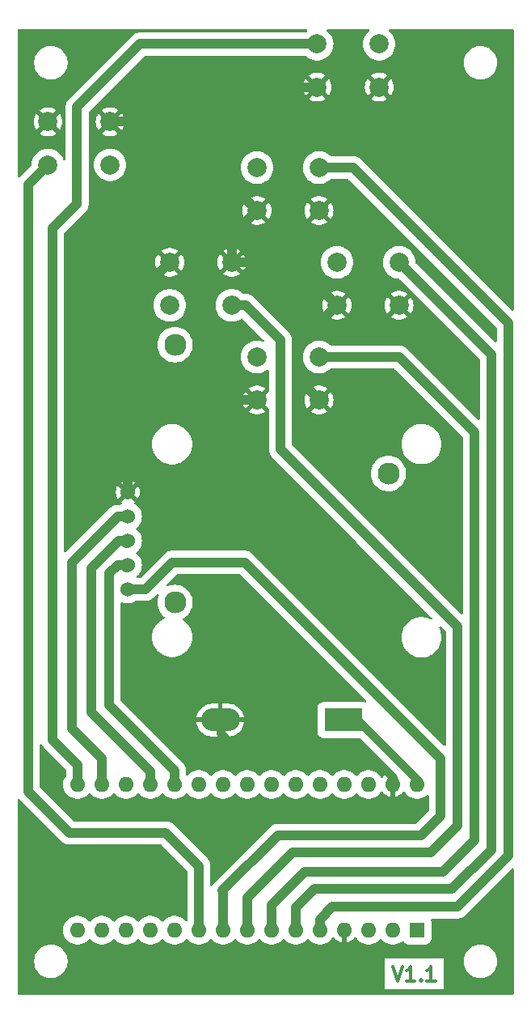
<source format=gbr>
%TF.GenerationSoftware,KiCad,Pcbnew,8.0.2*%
%TF.CreationDate,2024-05-12T00:24:23+01:00*%
%TF.ProjectId,Right_Controller_PCB_Bluetooth,52696768-745f-4436-9f6e-74726f6c6c65,V1.1*%
%TF.SameCoordinates,Original*%
%TF.FileFunction,Copper,L1,Top*%
%TF.FilePolarity,Positive*%
%FSLAX46Y46*%
G04 Gerber Fmt 4.6, Leading zero omitted, Abs format (unit mm)*
G04 Created by KiCad (PCBNEW 8.0.2) date 2024-05-12 00:24:23*
%MOMM*%
%LPD*%
G01*
G04 APERTURE LIST*
%ADD10C,0.300000*%
%TA.AperFunction,NonConductor*%
%ADD11C,0.300000*%
%TD*%
%TA.AperFunction,ComponentPad*%
%ADD12C,1.524000*%
%TD*%
%TA.AperFunction,ComponentPad*%
%ADD13C,2.000000*%
%TD*%
%TA.AperFunction,ComponentPad*%
%ADD14R,1.600000X1.600000*%
%TD*%
%TA.AperFunction,ComponentPad*%
%ADD15O,1.600000X1.600000*%
%TD*%
%TA.AperFunction,WasherPad*%
%ADD16C,2.300000*%
%TD*%
%TA.AperFunction,ComponentPad*%
%ADD17R,4.020000X2.410000*%
%TD*%
%TA.AperFunction,ComponentPad*%
%ADD18O,4.020000X2.410000*%
%TD*%
%TA.AperFunction,Conductor*%
%ADD19C,0.900000*%
%TD*%
%TA.AperFunction,Conductor*%
%ADD20C,1.000000*%
%TD*%
G04 APERTURE END LIST*
D10*
D11*
X156840225Y-145550828D02*
X157340225Y-147050828D01*
X157340225Y-147050828D02*
X157840225Y-145550828D01*
X159125939Y-147050828D02*
X158268796Y-147050828D01*
X158697367Y-147050828D02*
X158697367Y-145550828D01*
X158697367Y-145550828D02*
X158554510Y-145765114D01*
X158554510Y-145765114D02*
X158411653Y-145907971D01*
X158411653Y-145907971D02*
X158268796Y-145979400D01*
X159768795Y-146907971D02*
X159840224Y-146979400D01*
X159840224Y-146979400D02*
X159768795Y-147050828D01*
X159768795Y-147050828D02*
X159697367Y-146979400D01*
X159697367Y-146979400D02*
X159768795Y-146907971D01*
X159768795Y-146907971D02*
X159768795Y-147050828D01*
X161268796Y-147050828D02*
X160411653Y-147050828D01*
X160840224Y-147050828D02*
X160840224Y-145550828D01*
X160840224Y-145550828D02*
X160697367Y-145765114D01*
X160697367Y-145765114D02*
X160554510Y-145907971D01*
X160554510Y-145907971D02*
X160411653Y-145979400D01*
D12*
%TO.P,JoystickR1,1,GND*%
%TO.N,GND*%
X129081250Y-95920000D03*
%TO.P,JoystickR1,2,+5V*%
%TO.N,+3.3V*%
X129081250Y-98460000D03*
%TO.P,JoystickR1,3,VRX*%
%TO.N,/Analog_X_R*%
X129081250Y-101000000D03*
%TO.P,JoystickR1,4,VRY*%
%TO.N,/Analog_Y_R*%
X129081250Y-103540000D03*
%TO.P,JoystickR1,5,SW*%
%TO.N,/SEL_JOY_R*%
X129081250Y-106080000D03*
%TD*%
D13*
%TO.P,START_R1,1,1*%
%TO.N,/START_R*%
X127202000Y-61686000D03*
X120702000Y-61686000D03*
%TO.P,START_R1,2,2*%
%TO.N,GND*%
X127202000Y-57186000D03*
X120702000Y-57186000D03*
%TD*%
%TO.P,A1,1,1*%
%TO.N,/A*%
X142598000Y-81788000D03*
X149098000Y-81788000D03*
%TO.P,A1,2,2*%
%TO.N,GND*%
X142598000Y-86288000D03*
X149098000Y-86288000D03*
%TD*%
%TO.P,X1,1,1*%
%TO.N,GND*%
X133454000Y-71882000D03*
X139954000Y-71882000D03*
%TO.P,X1,2,2*%
%TO.N,/X*%
X133454000Y-76382000D03*
X139954000Y-76382000D03*
%TD*%
%TO.P,RIGHT_SHOULDER1,1,1*%
%TO.N,/RIGHT_SHOULDER*%
X148896000Y-49058000D03*
X155396000Y-49058000D03*
%TO.P,RIGHT_SHOULDER1,2,2*%
%TO.N,GND*%
X148896000Y-53558000D03*
X155396000Y-53558000D03*
%TD*%
%TO.P,B1,1,1*%
%TO.N,/B*%
X150980000Y-71882000D03*
X157480000Y-71882000D03*
%TO.P,B1,2,2*%
%TO.N,GND*%
X150980000Y-76382000D03*
X157480000Y-76382000D03*
%TD*%
%TO.P,Y1,1,1*%
%TO.N,/Y*%
X142598000Y-61976000D03*
X149098000Y-61976000D03*
%TO.P,Y1,2,2*%
%TO.N,GND*%
X142598000Y-66476000D03*
X149098000Y-66476000D03*
%TD*%
D14*
%TO.P,CentralBoard1,1,D1/TX*%
%TO.N,unconnected-(CentralBoard1-D1{slash}TX-Pad1)*%
X159360000Y-141740000D03*
D15*
%TO.P,CentralBoard1,2,D0/RX*%
%TO.N,unconnected-(CentralBoard1-D0{slash}RX-Pad2)*%
X156820000Y-141740000D03*
%TO.P,CentralBoard1,3,~{RESET}*%
%TO.N,unconnected-(CentralBoard1-~{RESET}-Pad3)*%
X154280000Y-141740000D03*
%TO.P,CentralBoard1,4,GND*%
%TO.N,GND*%
X151740000Y-141740000D03*
%TO.P,CentralBoard1,5,D2*%
%TO.N,/Y*%
X149200000Y-141740000D03*
%TO.P,CentralBoard1,6,D3*%
%TO.N,/B*%
X146660000Y-141740000D03*
%TO.P,CentralBoard1,7,D4*%
%TO.N,/A*%
X144120000Y-141740000D03*
%TO.P,CentralBoard1,8,D5*%
%TO.N,/X*%
X141580000Y-141740000D03*
%TO.P,CentralBoard1,9,D6*%
%TO.N,/SEL_JOY_R*%
X139040000Y-141740000D03*
%TO.P,CentralBoard1,10,D7*%
%TO.N,/START_R*%
X136500000Y-141740000D03*
%TO.P,CentralBoard1,11,D8*%
%TO.N,unconnected-(CentralBoard1-D8-Pad11)*%
X133960000Y-141740000D03*
%TO.P,CentralBoard1,12,D9*%
%TO.N,unconnected-(CentralBoard1-D9-Pad12)*%
X131420000Y-141740000D03*
%TO.P,CentralBoard1,13,D10*%
%TO.N,unconnected-(CentralBoard1-D10-Pad13)*%
X128880000Y-141740000D03*
%TO.P,CentralBoard1,14,D11*%
%TO.N,unconnected-(CentralBoard1-D11-Pad14)*%
X126340000Y-141740000D03*
%TO.P,CentralBoard1,15,D12*%
%TO.N,unconnected-(CentralBoard1-D12-Pad15)*%
X123800000Y-141740000D03*
%TO.P,CentralBoard1,16,D13*%
%TO.N,/RIGHT_SHOULDER*%
X123800000Y-126500000D03*
%TO.P,CentralBoard1,17,3V3*%
%TO.N,+3.3V*%
X126340000Y-126500000D03*
%TO.P,CentralBoard1,18,AREF*%
%TO.N,unconnected-(CentralBoard1-AREF-Pad18)*%
X128880000Y-126500000D03*
%TO.P,CentralBoard1,19,A0*%
%TO.N,/Analog_X_R*%
X131420000Y-126500000D03*
%TO.P,CentralBoard1,20,A1*%
%TO.N,/Analog_Y_R*%
X133960000Y-126500000D03*
%TO.P,CentralBoard1,21,A2*%
%TO.N,unconnected-(CentralBoard1-A2-Pad21)*%
X136500000Y-126500000D03*
%TO.P,CentralBoard1,22,A3*%
%TO.N,unconnected-(CentralBoard1-A3-Pad22)*%
X139040000Y-126500000D03*
%TO.P,CentralBoard1,23,A4*%
%TO.N,unconnected-(CentralBoard1-A4-Pad23)*%
X141580000Y-126500000D03*
%TO.P,CentralBoard1,24,A5*%
%TO.N,unconnected-(CentralBoard1-A5-Pad24)*%
X144120000Y-126500000D03*
%TO.P,CentralBoard1,25,A6*%
%TO.N,unconnected-(CentralBoard1-A6-Pad25)*%
X146660000Y-126500000D03*
%TO.P,CentralBoard1,26,A7*%
%TO.N,unconnected-(CentralBoard1-A7-Pad26)*%
X149200000Y-126500000D03*
%TO.P,CentralBoard1,27,+5V*%
%TO.N,unconnected-(CentralBoard1-+5V-Pad27)*%
X151740000Y-126500000D03*
%TO.P,CentralBoard1,28,~{RESET}*%
%TO.N,unconnected-(CentralBoard1-~{RESET}-Pad28)*%
X154280000Y-126500000D03*
%TO.P,CentralBoard1,29,GND*%
%TO.N,GND*%
X156820000Y-126500000D03*
%TO.P,CentralBoard1,30,VIN*%
%TO.N,+9V*%
X159360000Y-126500000D03*
%TD*%
D16*
%TO.P,BAT9V1,*%
%TO.N,*%
X134010000Y-107460000D03*
X156360000Y-93970000D03*
X134010000Y-80490000D03*
D17*
%TO.P,BAT9V1,1,+*%
%TO.N,+9V*%
X151630000Y-119750000D03*
D18*
%TO.P,BAT9V1,2,-*%
%TO.N,GND*%
X138750000Y-119750000D03*
%TD*%
D19*
%TO.N,+9V*%
X153124000Y-119750000D02*
X159360000Y-125986000D01*
X159360000Y-125986000D02*
X159360000Y-126500000D01*
X151630000Y-119750000D02*
X153124000Y-119750000D01*
D20*
%TO.N,GND*%
X133308000Y-57186000D02*
X142598000Y-66476000D01*
X139954000Y-69120000D02*
X142598000Y-66476000D01*
X129081250Y-90206750D02*
X129081250Y-96170000D01*
D19*
X154736258Y-123625000D02*
X156820000Y-125708742D01*
X138750000Y-119750000D02*
X138750000Y-121166000D01*
D20*
X146480000Y-71882000D02*
X139954000Y-71882000D01*
X133000000Y-86288000D02*
X129081250Y-90206750D01*
X133000000Y-86288000D02*
X130143250Y-83431250D01*
X130143250Y-75192750D02*
X133454000Y-71882000D01*
X149098000Y-86288000D02*
X146812000Y-84002000D01*
X142598000Y-86288000D02*
X133000000Y-86288000D01*
X148896000Y-53558000D02*
X136936000Y-53558000D01*
X139954000Y-71882000D02*
X139954000Y-69120000D01*
D19*
X156820000Y-125708742D02*
X156820000Y-126500000D01*
D20*
X127202000Y-57186000D02*
X133308000Y-57186000D01*
X146812000Y-80550000D02*
X150980000Y-76382000D01*
X130143250Y-83431250D02*
X130143250Y-75192750D01*
X150980000Y-76382000D02*
X146480000Y-71882000D01*
X136936000Y-53558000D02*
X133308000Y-57186000D01*
D19*
X138750000Y-121166000D02*
X141209000Y-123625000D01*
D20*
X146812000Y-84002000D02*
X146812000Y-80550000D01*
D19*
X141209000Y-123625000D02*
X154736258Y-123625000D01*
D20*
%TO.N,/A*%
X165354000Y-89662000D02*
X165354000Y-132321236D01*
X157480000Y-81788000D02*
X165354000Y-89662000D01*
X144120000Y-139090000D02*
X144120000Y-141740000D01*
X149098000Y-81788000D02*
X157480000Y-81788000D01*
X162039236Y-135636000D02*
X147574000Y-135636000D01*
X147574000Y-135636000D02*
X144120000Y-139090000D01*
X165354000Y-132321236D02*
X162039236Y-135636000D01*
%TO.N,/B*%
X148590000Y-137414000D02*
X146660000Y-139344000D01*
X163031403Y-137414000D02*
X148590000Y-137414000D01*
X167132000Y-81534000D02*
X167132000Y-133313403D01*
X167132000Y-133313403D02*
X163031403Y-137414000D01*
X157480000Y-71882000D02*
X167132000Y-81534000D01*
X146660000Y-139344000D02*
X146660000Y-141740000D01*
%TO.N,/Analog_X_R*%
X125222000Y-103917456D02*
X128139456Y-101000000D01*
X128846562Y-101250000D02*
X129081250Y-101250000D01*
X125222000Y-118972000D02*
X125222000Y-103917456D01*
X131420000Y-126500000D02*
X131420000Y-125170000D01*
X131420000Y-125170000D02*
X125222000Y-118972000D01*
X128139456Y-101000000D02*
X129081250Y-101000000D01*
%TO.N,/Analog_Y_R*%
X133960000Y-126500000D02*
X133960000Y-125070000D01*
X127119250Y-118229250D02*
X127119250Y-104424370D01*
X129081250Y-103790000D02*
X128846562Y-103790000D01*
X133960000Y-125070000D02*
X127119250Y-118229250D01*
X128003620Y-103540000D02*
X129081250Y-103540000D01*
X127119250Y-104424370D02*
X128003620Y-103540000D01*
%TO.N,/Y*%
X150497117Y-139311513D02*
X149200000Y-140608630D01*
X168910000Y-78232000D02*
X168910000Y-133959299D01*
X168910000Y-133959299D02*
X163557786Y-139311513D01*
X149098000Y-61976000D02*
X152654000Y-61976000D01*
X149200000Y-140608630D02*
X149200000Y-141740000D01*
X152654000Y-61976000D02*
X168910000Y-78232000D01*
X163557786Y-139311513D02*
X150497117Y-139311513D01*
%TO.N,/X*%
X141580000Y-138328000D02*
X141580000Y-141740000D01*
X145034000Y-80010000D02*
X145034000Y-91440000D01*
X163576000Y-130810000D02*
X160782000Y-133604000D01*
X163576000Y-109982000D02*
X163576000Y-130810000D01*
X139954000Y-76382000D02*
X141406000Y-76382000D01*
X145034000Y-91440000D02*
X163576000Y-109982000D01*
X146304000Y-133604000D02*
X141580000Y-138328000D01*
X160782000Y-133604000D02*
X146304000Y-133604000D01*
X141406000Y-76382000D02*
X145034000Y-80010000D01*
%TO.N,/RIGHT_SHOULDER*%
X123800000Y-124478000D02*
X121158000Y-121836000D01*
X123750000Y-65750000D02*
X123750000Y-55658000D01*
X123800000Y-126500000D02*
X123800000Y-124478000D01*
X130350000Y-49058000D02*
X148980000Y-49058000D01*
X121158000Y-68342000D02*
X123750000Y-65750000D01*
X123750000Y-55658000D02*
X130350000Y-49058000D01*
X121158000Y-121836000D02*
X121158000Y-68342000D01*
%TO.N,/START_R*%
X133072000Y-131572000D02*
X122936000Y-131572000D01*
X118618000Y-63770000D02*
X120702000Y-61686000D01*
X118618000Y-127254000D02*
X118618000Y-63770000D01*
X122936000Y-131572000D02*
X118618000Y-127254000D01*
X136500000Y-135000000D02*
X133072000Y-131572000D01*
X136500000Y-141740000D02*
X136500000Y-135000000D01*
%TO.N,+3.3V*%
X123190000Y-103273620D02*
X128003620Y-98460000D01*
X126340000Y-123800000D02*
X123190000Y-120650000D01*
X126340000Y-126500000D02*
X126340000Y-123800000D01*
X128003620Y-98460000D02*
X129081250Y-98460000D01*
X123190000Y-120650000D02*
X123190000Y-103273620D01*
%TO.N,/SEL_JOY_R*%
X161798000Y-129794000D02*
X161798000Y-123753544D01*
X161798000Y-123753544D02*
X141294456Y-103250000D01*
X144780000Y-131826000D02*
X159766000Y-131826000D01*
X133750000Y-103250000D02*
X130920000Y-106080000D01*
X139040000Y-137646000D02*
X139000000Y-137606000D01*
X141294456Y-103250000D02*
X133750000Y-103250000D01*
X130920000Y-106080000D02*
X129081250Y-106080000D01*
X139040000Y-141740000D02*
X139040000Y-137646000D01*
X139000000Y-137606000D02*
X144780000Y-131826000D01*
X159766000Y-131826000D02*
X161798000Y-129794000D01*
%TD*%
%TA.AperFunction,Conductor*%
%TO.N,GND*%
G36*
X117705703Y-128039913D02*
G01*
X117712181Y-128045945D01*
X122153926Y-132487690D01*
X122306801Y-132598760D01*
X122475168Y-132684547D01*
X122654882Y-132742940D01*
X122724870Y-132754025D01*
X122841513Y-132772500D01*
X122841518Y-132772500D01*
X122841519Y-132772500D01*
X132523374Y-132772500D01*
X132590413Y-132792185D01*
X132611055Y-132808819D01*
X135263181Y-135460945D01*
X135296666Y-135522268D01*
X135299500Y-135548626D01*
X135299500Y-140661825D01*
X135279815Y-140728864D01*
X135227011Y-140774619D01*
X135157853Y-140784563D01*
X135094297Y-140755538D01*
X135084270Y-140745808D01*
X134979744Y-140632262D01*
X134783509Y-140479526D01*
X134783507Y-140479525D01*
X134783506Y-140479524D01*
X134564811Y-140361172D01*
X134564802Y-140361169D01*
X134329616Y-140280429D01*
X134084335Y-140239500D01*
X133835665Y-140239500D01*
X133590383Y-140280429D01*
X133355197Y-140361169D01*
X133355188Y-140361172D01*
X133136493Y-140479524D01*
X132940257Y-140632261D01*
X132781230Y-140805010D01*
X132721342Y-140841001D01*
X132651504Y-140838900D01*
X132598770Y-140805010D01*
X132528672Y-140728864D01*
X132439744Y-140632262D01*
X132243509Y-140479526D01*
X132243507Y-140479525D01*
X132243506Y-140479524D01*
X132024811Y-140361172D01*
X132024802Y-140361169D01*
X131789616Y-140280429D01*
X131544335Y-140239500D01*
X131295665Y-140239500D01*
X131050383Y-140280429D01*
X130815197Y-140361169D01*
X130815188Y-140361172D01*
X130596493Y-140479524D01*
X130400257Y-140632261D01*
X130241230Y-140805010D01*
X130181342Y-140841001D01*
X130111504Y-140838900D01*
X130058770Y-140805010D01*
X129988672Y-140728864D01*
X129899744Y-140632262D01*
X129703509Y-140479526D01*
X129703507Y-140479525D01*
X129703506Y-140479524D01*
X129484811Y-140361172D01*
X129484802Y-140361169D01*
X129249616Y-140280429D01*
X129004335Y-140239500D01*
X128755665Y-140239500D01*
X128510383Y-140280429D01*
X128275197Y-140361169D01*
X128275188Y-140361172D01*
X128056493Y-140479524D01*
X127860257Y-140632261D01*
X127701230Y-140805010D01*
X127641342Y-140841001D01*
X127571504Y-140838900D01*
X127518770Y-140805010D01*
X127448672Y-140728864D01*
X127359744Y-140632262D01*
X127163509Y-140479526D01*
X127163507Y-140479525D01*
X127163506Y-140479524D01*
X126944811Y-140361172D01*
X126944802Y-140361169D01*
X126709616Y-140280429D01*
X126464335Y-140239500D01*
X126215665Y-140239500D01*
X125970383Y-140280429D01*
X125735197Y-140361169D01*
X125735188Y-140361172D01*
X125516493Y-140479524D01*
X125320257Y-140632261D01*
X125161230Y-140805010D01*
X125101342Y-140841001D01*
X125031504Y-140838900D01*
X124978770Y-140805010D01*
X124908672Y-140728864D01*
X124819744Y-140632262D01*
X124623509Y-140479526D01*
X124623507Y-140479525D01*
X124623506Y-140479524D01*
X124404811Y-140361172D01*
X124404802Y-140361169D01*
X124169616Y-140280429D01*
X123924335Y-140239500D01*
X123675665Y-140239500D01*
X123430383Y-140280429D01*
X123195197Y-140361169D01*
X123195188Y-140361172D01*
X122976493Y-140479524D01*
X122780257Y-140632261D01*
X122611833Y-140815217D01*
X122475826Y-141023393D01*
X122375936Y-141251118D01*
X122314892Y-141492175D01*
X122314890Y-141492187D01*
X122294357Y-141739994D01*
X122294357Y-141740005D01*
X122314890Y-141987812D01*
X122314892Y-141987824D01*
X122375936Y-142228881D01*
X122475826Y-142456606D01*
X122611833Y-142664782D01*
X122611835Y-142664784D01*
X122611836Y-142664785D01*
X122780256Y-142847738D01*
X122976491Y-143000474D01*
X123195190Y-143118828D01*
X123430386Y-143199571D01*
X123675665Y-143240500D01*
X123924335Y-143240500D01*
X124169614Y-143199571D01*
X124404810Y-143118828D01*
X124623509Y-143000474D01*
X124819744Y-142847738D01*
X124978771Y-142674988D01*
X125038657Y-142638999D01*
X125108495Y-142641099D01*
X125161228Y-142674988D01*
X125320256Y-142847738D01*
X125516491Y-143000474D01*
X125735190Y-143118828D01*
X125970386Y-143199571D01*
X126215665Y-143240500D01*
X126464335Y-143240500D01*
X126709614Y-143199571D01*
X126944810Y-143118828D01*
X127163509Y-143000474D01*
X127359744Y-142847738D01*
X127518771Y-142674988D01*
X127578657Y-142638999D01*
X127648495Y-142641099D01*
X127701228Y-142674988D01*
X127860256Y-142847738D01*
X128056491Y-143000474D01*
X128275190Y-143118828D01*
X128510386Y-143199571D01*
X128755665Y-143240500D01*
X129004335Y-143240500D01*
X129249614Y-143199571D01*
X129484810Y-143118828D01*
X129703509Y-143000474D01*
X129899744Y-142847738D01*
X130058771Y-142674988D01*
X130118657Y-142638999D01*
X130188495Y-142641099D01*
X130241228Y-142674988D01*
X130400256Y-142847738D01*
X130596491Y-143000474D01*
X130815190Y-143118828D01*
X131050386Y-143199571D01*
X131295665Y-143240500D01*
X131544335Y-143240500D01*
X131789614Y-143199571D01*
X132024810Y-143118828D01*
X132243509Y-143000474D01*
X132439744Y-142847738D01*
X132598771Y-142674988D01*
X132658657Y-142638999D01*
X132728495Y-142641099D01*
X132781228Y-142674988D01*
X132940256Y-142847738D01*
X133136491Y-143000474D01*
X133355190Y-143118828D01*
X133590386Y-143199571D01*
X133835665Y-143240500D01*
X134084335Y-143240500D01*
X134329614Y-143199571D01*
X134564810Y-143118828D01*
X134783509Y-143000474D01*
X134979744Y-142847738D01*
X135138771Y-142674988D01*
X135198657Y-142638999D01*
X135268495Y-142641099D01*
X135321228Y-142674988D01*
X135480256Y-142847738D01*
X135676491Y-143000474D01*
X135895190Y-143118828D01*
X136130386Y-143199571D01*
X136375665Y-143240500D01*
X136624335Y-143240500D01*
X136869614Y-143199571D01*
X137104810Y-143118828D01*
X137323509Y-143000474D01*
X137519744Y-142847738D01*
X137678771Y-142674988D01*
X137738657Y-142638999D01*
X137808495Y-142641099D01*
X137861228Y-142674988D01*
X138020256Y-142847738D01*
X138216491Y-143000474D01*
X138435190Y-143118828D01*
X138670386Y-143199571D01*
X138915665Y-143240500D01*
X139164335Y-143240500D01*
X139409614Y-143199571D01*
X139644810Y-143118828D01*
X139863509Y-143000474D01*
X140059744Y-142847738D01*
X140218771Y-142674988D01*
X140278657Y-142638999D01*
X140348495Y-142641099D01*
X140401228Y-142674988D01*
X140560256Y-142847738D01*
X140756491Y-143000474D01*
X140975190Y-143118828D01*
X141210386Y-143199571D01*
X141455665Y-143240500D01*
X141704335Y-143240500D01*
X141949614Y-143199571D01*
X142184810Y-143118828D01*
X142403509Y-143000474D01*
X142599744Y-142847738D01*
X142758771Y-142674988D01*
X142818657Y-142638999D01*
X142888495Y-142641099D01*
X142941228Y-142674988D01*
X143100256Y-142847738D01*
X143296491Y-143000474D01*
X143515190Y-143118828D01*
X143750386Y-143199571D01*
X143995665Y-143240500D01*
X144244335Y-143240500D01*
X144489614Y-143199571D01*
X144724810Y-143118828D01*
X144943509Y-143000474D01*
X145139744Y-142847738D01*
X145298771Y-142674988D01*
X145358657Y-142638999D01*
X145428495Y-142641099D01*
X145481228Y-142674988D01*
X145640256Y-142847738D01*
X145836491Y-143000474D01*
X146055190Y-143118828D01*
X146290386Y-143199571D01*
X146535665Y-143240500D01*
X146784335Y-143240500D01*
X147029614Y-143199571D01*
X147264810Y-143118828D01*
X147483509Y-143000474D01*
X147679744Y-142847738D01*
X147838771Y-142674988D01*
X147898657Y-142638999D01*
X147968495Y-142641099D01*
X148021228Y-142674988D01*
X148180256Y-142847738D01*
X148376491Y-143000474D01*
X148595190Y-143118828D01*
X148830386Y-143199571D01*
X149075665Y-143240500D01*
X149324335Y-143240500D01*
X149569614Y-143199571D01*
X149804810Y-143118828D01*
X150023509Y-143000474D01*
X150219744Y-142847738D01*
X150388164Y-142664785D01*
X150486957Y-142513569D01*
X150540103Y-142468213D01*
X150609334Y-142458789D01*
X150672670Y-142488291D01*
X150692341Y-142510268D01*
X150740339Y-142578817D01*
X150901179Y-142739657D01*
X151087517Y-142870134D01*
X151293673Y-142966265D01*
X151293682Y-142966269D01*
X151489999Y-143018872D01*
X151490000Y-143018871D01*
X151490000Y-142173012D01*
X151547007Y-142205925D01*
X151674174Y-142240000D01*
X151805826Y-142240000D01*
X151932993Y-142205925D01*
X151990000Y-142173012D01*
X151990000Y-143018872D01*
X152186317Y-142966269D01*
X152186326Y-142966265D01*
X152392482Y-142870134D01*
X152578820Y-142739657D01*
X152739658Y-142578819D01*
X152787657Y-142510269D01*
X152842234Y-142466643D01*
X152911732Y-142459449D01*
X152974087Y-142490971D01*
X152993042Y-142513569D01*
X153091836Y-142664785D01*
X153260256Y-142847738D01*
X153456491Y-143000474D01*
X153675190Y-143118828D01*
X153910386Y-143199571D01*
X154155665Y-143240500D01*
X154404335Y-143240500D01*
X154649614Y-143199571D01*
X154884810Y-143118828D01*
X155103509Y-143000474D01*
X155299744Y-142847738D01*
X155458771Y-142674988D01*
X155518657Y-142638999D01*
X155588495Y-142641099D01*
X155641228Y-142674988D01*
X155800256Y-142847738D01*
X155996491Y-143000474D01*
X156215190Y-143118828D01*
X156450386Y-143199571D01*
X156695665Y-143240500D01*
X156944335Y-143240500D01*
X157189614Y-143199571D01*
X157424810Y-143118828D01*
X157643509Y-143000474D01*
X157789310Y-142886992D01*
X157854302Y-142861350D01*
X157922842Y-142874916D01*
X157971587Y-142920695D01*
X158004528Y-142975185D01*
X158004531Y-142975189D01*
X158124811Y-143095469D01*
X158124813Y-143095470D01*
X158124815Y-143095472D01*
X158270394Y-143183478D01*
X158432804Y-143234086D01*
X158503384Y-143240500D01*
X158503387Y-143240500D01*
X160216613Y-143240500D01*
X160216616Y-143240500D01*
X160287196Y-143234086D01*
X160449606Y-143183478D01*
X160595185Y-143095472D01*
X160715472Y-142975185D01*
X160803478Y-142829606D01*
X160854086Y-142667196D01*
X160860500Y-142596616D01*
X160860500Y-140883384D01*
X160854086Y-140812804D01*
X160810490Y-140672899D01*
X160809341Y-140603043D01*
X160846142Y-140543650D01*
X160909211Y-140513582D01*
X160928877Y-140512013D01*
X163652272Y-140512013D01*
X163838904Y-140482453D01*
X163847918Y-140479524D01*
X164018618Y-140424060D01*
X164186985Y-140338273D01*
X164339860Y-140227203D01*
X169287819Y-135279242D01*
X169349142Y-135245758D01*
X169418834Y-135250742D01*
X169474767Y-135292614D01*
X169499184Y-135358078D01*
X169499500Y-135366924D01*
X169499500Y-148375500D01*
X169479815Y-148442539D01*
X169427011Y-148488294D01*
X169375500Y-148499500D01*
X117624500Y-148499500D01*
X117557461Y-148479815D01*
X117511706Y-148427011D01*
X117500500Y-148375500D01*
X117500500Y-147908053D01*
X155983000Y-147908053D01*
X162124296Y-147908053D01*
X162124296Y-144885258D01*
X164249500Y-144885258D01*
X164249500Y-145114741D01*
X164274446Y-145304215D01*
X164279452Y-145342238D01*
X164279453Y-145342240D01*
X164338842Y-145563887D01*
X164426650Y-145775876D01*
X164426657Y-145775890D01*
X164541392Y-145974617D01*
X164681081Y-146156661D01*
X164681089Y-146156670D01*
X164843330Y-146318911D01*
X164843338Y-146318918D01*
X165025382Y-146458607D01*
X165025385Y-146458608D01*
X165025388Y-146458611D01*
X165224112Y-146573344D01*
X165224117Y-146573346D01*
X165224123Y-146573349D01*
X165315480Y-146611190D01*
X165436113Y-146661158D01*
X165657762Y-146720548D01*
X165885266Y-146750500D01*
X165885273Y-146750500D01*
X166114727Y-146750500D01*
X166114734Y-146750500D01*
X166342238Y-146720548D01*
X166563887Y-146661158D01*
X166775888Y-146573344D01*
X166974612Y-146458611D01*
X167156661Y-146318919D01*
X167156665Y-146318914D01*
X167156670Y-146318911D01*
X167318911Y-146156670D01*
X167318914Y-146156665D01*
X167318919Y-146156661D01*
X167458611Y-145974612D01*
X167573344Y-145775888D01*
X167661158Y-145563887D01*
X167720548Y-145342238D01*
X167750500Y-145114734D01*
X167750500Y-144885266D01*
X167720548Y-144657762D01*
X167661158Y-144436113D01*
X167573344Y-144224112D01*
X167458611Y-144025388D01*
X167458608Y-144025385D01*
X167458607Y-144025382D01*
X167318918Y-143843338D01*
X167318911Y-143843330D01*
X167156670Y-143681089D01*
X167156661Y-143681081D01*
X166974617Y-143541392D01*
X166775890Y-143426657D01*
X166775876Y-143426650D01*
X166563887Y-143338842D01*
X166342238Y-143279452D01*
X166304215Y-143274446D01*
X166114741Y-143249500D01*
X166114734Y-143249500D01*
X165885266Y-143249500D01*
X165885258Y-143249500D01*
X165668715Y-143278009D01*
X165657762Y-143279452D01*
X165564076Y-143304554D01*
X165436112Y-143338842D01*
X165224123Y-143426650D01*
X165224109Y-143426657D01*
X165025382Y-143541392D01*
X164843338Y-143681081D01*
X164681081Y-143843338D01*
X164541392Y-144025382D01*
X164426657Y-144224109D01*
X164426650Y-144224123D01*
X164338842Y-144436112D01*
X164279453Y-144657759D01*
X164279451Y-144657770D01*
X164249500Y-144885258D01*
X162124296Y-144885258D01*
X162124296Y-144692484D01*
X155983000Y-144692484D01*
X155983000Y-147908053D01*
X117500500Y-147908053D01*
X117500500Y-144885258D01*
X119249500Y-144885258D01*
X119249500Y-145114741D01*
X119274446Y-145304215D01*
X119279452Y-145342238D01*
X119279453Y-145342240D01*
X119338842Y-145563887D01*
X119426650Y-145775876D01*
X119426657Y-145775890D01*
X119541392Y-145974617D01*
X119681081Y-146156661D01*
X119681089Y-146156670D01*
X119843330Y-146318911D01*
X119843338Y-146318918D01*
X120025382Y-146458607D01*
X120025385Y-146458608D01*
X120025388Y-146458611D01*
X120224112Y-146573344D01*
X120224117Y-146573346D01*
X120224123Y-146573349D01*
X120315480Y-146611190D01*
X120436113Y-146661158D01*
X120657762Y-146720548D01*
X120885266Y-146750500D01*
X120885273Y-146750500D01*
X121114727Y-146750500D01*
X121114734Y-146750500D01*
X121342238Y-146720548D01*
X121563887Y-146661158D01*
X121775888Y-146573344D01*
X121974612Y-146458611D01*
X122156661Y-146318919D01*
X122156665Y-146318914D01*
X122156670Y-146318911D01*
X122318911Y-146156670D01*
X122318914Y-146156665D01*
X122318919Y-146156661D01*
X122458611Y-145974612D01*
X122573344Y-145775888D01*
X122661158Y-145563887D01*
X122720548Y-145342238D01*
X122750500Y-145114734D01*
X122750500Y-144885266D01*
X122720548Y-144657762D01*
X122661158Y-144436113D01*
X122573344Y-144224112D01*
X122458611Y-144025388D01*
X122458608Y-144025385D01*
X122458607Y-144025382D01*
X122318918Y-143843338D01*
X122318911Y-143843330D01*
X122156670Y-143681089D01*
X122156661Y-143681081D01*
X121974617Y-143541392D01*
X121775890Y-143426657D01*
X121775876Y-143426650D01*
X121563887Y-143338842D01*
X121342238Y-143279452D01*
X121304215Y-143274446D01*
X121114741Y-143249500D01*
X121114734Y-143249500D01*
X120885266Y-143249500D01*
X120885258Y-143249500D01*
X120668715Y-143278009D01*
X120657762Y-143279452D01*
X120564076Y-143304554D01*
X120436112Y-143338842D01*
X120224123Y-143426650D01*
X120224109Y-143426657D01*
X120025382Y-143541392D01*
X119843338Y-143681081D01*
X119681081Y-143843338D01*
X119541392Y-144025382D01*
X119426657Y-144224109D01*
X119426650Y-144224123D01*
X119338842Y-144436112D01*
X119279453Y-144657759D01*
X119279451Y-144657770D01*
X119249500Y-144885258D01*
X117500500Y-144885258D01*
X117500500Y-128133626D01*
X117520185Y-128066587D01*
X117572989Y-128020832D01*
X117642147Y-128010888D01*
X117705703Y-128039913D01*
G37*
%TD.AperFunction*%
%TA.AperFunction,Conductor*%
G36*
X120023703Y-122274196D02*
G01*
X120052984Y-122311613D01*
X120131240Y-122465199D01*
X120242310Y-122618074D01*
X120242312Y-122618076D01*
X122563181Y-124938945D01*
X122596666Y-125000268D01*
X122599500Y-125026626D01*
X122599500Y-125557179D01*
X122579815Y-125624218D01*
X122579309Y-125625000D01*
X122475826Y-125783393D01*
X122375936Y-126011118D01*
X122314892Y-126252175D01*
X122314890Y-126252187D01*
X122294357Y-126499994D01*
X122294357Y-126500005D01*
X122314890Y-126747812D01*
X122314892Y-126747824D01*
X122375936Y-126988881D01*
X122475826Y-127216606D01*
X122611833Y-127424782D01*
X122611835Y-127424784D01*
X122611836Y-127424785D01*
X122780256Y-127607738D01*
X122976491Y-127760474D01*
X123195190Y-127878828D01*
X123430386Y-127959571D01*
X123675665Y-128000500D01*
X123924335Y-128000500D01*
X124169614Y-127959571D01*
X124404810Y-127878828D01*
X124623509Y-127760474D01*
X124819744Y-127607738D01*
X124978771Y-127434988D01*
X125038657Y-127398999D01*
X125108495Y-127401099D01*
X125161228Y-127434988D01*
X125320256Y-127607738D01*
X125516491Y-127760474D01*
X125735190Y-127878828D01*
X125970386Y-127959571D01*
X126215665Y-128000500D01*
X126464335Y-128000500D01*
X126709614Y-127959571D01*
X126944810Y-127878828D01*
X127163509Y-127760474D01*
X127359744Y-127607738D01*
X127518771Y-127434988D01*
X127578657Y-127398999D01*
X127648495Y-127401099D01*
X127701228Y-127434988D01*
X127860256Y-127607738D01*
X128056491Y-127760474D01*
X128275190Y-127878828D01*
X128510386Y-127959571D01*
X128755665Y-128000500D01*
X129004335Y-128000500D01*
X129249614Y-127959571D01*
X129484810Y-127878828D01*
X129703509Y-127760474D01*
X129899744Y-127607738D01*
X130058771Y-127434988D01*
X130118657Y-127398999D01*
X130188495Y-127401099D01*
X130241228Y-127434988D01*
X130400256Y-127607738D01*
X130596491Y-127760474D01*
X130815190Y-127878828D01*
X131050386Y-127959571D01*
X131295665Y-128000500D01*
X131544335Y-128000500D01*
X131789614Y-127959571D01*
X132024810Y-127878828D01*
X132243509Y-127760474D01*
X132439744Y-127607738D01*
X132598771Y-127434988D01*
X132658657Y-127398999D01*
X132728495Y-127401099D01*
X132781228Y-127434988D01*
X132940256Y-127607738D01*
X133136491Y-127760474D01*
X133355190Y-127878828D01*
X133590386Y-127959571D01*
X133835665Y-128000500D01*
X134084335Y-128000500D01*
X134329614Y-127959571D01*
X134564810Y-127878828D01*
X134783509Y-127760474D01*
X134979744Y-127607738D01*
X135138771Y-127434988D01*
X135198657Y-127398999D01*
X135268495Y-127401099D01*
X135321228Y-127434988D01*
X135480256Y-127607738D01*
X135676491Y-127760474D01*
X135895190Y-127878828D01*
X136130386Y-127959571D01*
X136375665Y-128000500D01*
X136624335Y-128000500D01*
X136869614Y-127959571D01*
X137104810Y-127878828D01*
X137323509Y-127760474D01*
X137519744Y-127607738D01*
X137678771Y-127434988D01*
X137738657Y-127398999D01*
X137808495Y-127401099D01*
X137861228Y-127434988D01*
X138020256Y-127607738D01*
X138216491Y-127760474D01*
X138435190Y-127878828D01*
X138670386Y-127959571D01*
X138915665Y-128000500D01*
X139164335Y-128000500D01*
X139409614Y-127959571D01*
X139644810Y-127878828D01*
X139863509Y-127760474D01*
X140059744Y-127607738D01*
X140218771Y-127434988D01*
X140278657Y-127398999D01*
X140348495Y-127401099D01*
X140401228Y-127434988D01*
X140560256Y-127607738D01*
X140756491Y-127760474D01*
X140975190Y-127878828D01*
X141210386Y-127959571D01*
X141455665Y-128000500D01*
X141704335Y-128000500D01*
X141949614Y-127959571D01*
X142184810Y-127878828D01*
X142403509Y-127760474D01*
X142599744Y-127607738D01*
X142758771Y-127434988D01*
X142818657Y-127398999D01*
X142888495Y-127401099D01*
X142941228Y-127434988D01*
X143100256Y-127607738D01*
X143296491Y-127760474D01*
X143515190Y-127878828D01*
X143750386Y-127959571D01*
X143995665Y-128000500D01*
X144244335Y-128000500D01*
X144489614Y-127959571D01*
X144724810Y-127878828D01*
X144943509Y-127760474D01*
X145139744Y-127607738D01*
X145298771Y-127434988D01*
X145358657Y-127398999D01*
X145428495Y-127401099D01*
X145481228Y-127434988D01*
X145640256Y-127607738D01*
X145836491Y-127760474D01*
X146055190Y-127878828D01*
X146290386Y-127959571D01*
X146535665Y-128000500D01*
X146784335Y-128000500D01*
X147029614Y-127959571D01*
X147264810Y-127878828D01*
X147483509Y-127760474D01*
X147679744Y-127607738D01*
X147838771Y-127434988D01*
X147898657Y-127398999D01*
X147968495Y-127401099D01*
X148021228Y-127434988D01*
X148180256Y-127607738D01*
X148376491Y-127760474D01*
X148595190Y-127878828D01*
X148830386Y-127959571D01*
X149075665Y-128000500D01*
X149324335Y-128000500D01*
X149569614Y-127959571D01*
X149804810Y-127878828D01*
X150023509Y-127760474D01*
X150219744Y-127607738D01*
X150378771Y-127434988D01*
X150438657Y-127398999D01*
X150508495Y-127401099D01*
X150561228Y-127434988D01*
X150720256Y-127607738D01*
X150916491Y-127760474D01*
X151135190Y-127878828D01*
X151370386Y-127959571D01*
X151615665Y-128000500D01*
X151864335Y-128000500D01*
X152109614Y-127959571D01*
X152344810Y-127878828D01*
X152563509Y-127760474D01*
X152759744Y-127607738D01*
X152918771Y-127434988D01*
X152978657Y-127398999D01*
X153048495Y-127401099D01*
X153101228Y-127434988D01*
X153260256Y-127607738D01*
X153456491Y-127760474D01*
X153675190Y-127878828D01*
X153910386Y-127959571D01*
X154155665Y-128000500D01*
X154404335Y-128000500D01*
X154649614Y-127959571D01*
X154884810Y-127878828D01*
X155103509Y-127760474D01*
X155299744Y-127607738D01*
X155468164Y-127424785D01*
X155566957Y-127273569D01*
X155620103Y-127228213D01*
X155689334Y-127218789D01*
X155752670Y-127248291D01*
X155772341Y-127270268D01*
X155820339Y-127338817D01*
X155981179Y-127499657D01*
X156167517Y-127630134D01*
X156373673Y-127726265D01*
X156373682Y-127726269D01*
X156569999Y-127778872D01*
X156570000Y-127778871D01*
X156570000Y-126933012D01*
X156627007Y-126965925D01*
X156754174Y-127000000D01*
X156885826Y-127000000D01*
X157012993Y-126965925D01*
X157070000Y-126933012D01*
X157070000Y-127778872D01*
X157266317Y-127726269D01*
X157266326Y-127726265D01*
X157472482Y-127630134D01*
X157658820Y-127499657D01*
X157819658Y-127338819D01*
X157867657Y-127270269D01*
X157922234Y-127226643D01*
X157991732Y-127219449D01*
X158054087Y-127250971D01*
X158073042Y-127273569D01*
X158171836Y-127424785D01*
X158340256Y-127607738D01*
X158536491Y-127760474D01*
X158755190Y-127878828D01*
X158990386Y-127959571D01*
X159235665Y-128000500D01*
X159484335Y-128000500D01*
X159729614Y-127959571D01*
X159964810Y-127878828D01*
X160183509Y-127760474D01*
X160379744Y-127607738D01*
X160382269Y-127604994D01*
X160442155Y-127569003D01*
X160511993Y-127571102D01*
X160569610Y-127610625D01*
X160596713Y-127675024D01*
X160597500Y-127688976D01*
X160597500Y-129245374D01*
X160577815Y-129312413D01*
X160561181Y-129333055D01*
X159305055Y-130589181D01*
X159243732Y-130622666D01*
X159217374Y-130625500D01*
X144685514Y-130625500D01*
X144498881Y-130655059D01*
X144319163Y-130713454D01*
X144150800Y-130799240D01*
X143997923Y-130910312D01*
X138084312Y-136823923D01*
X137973240Y-136976800D01*
X137934985Y-137051880D01*
X137887010Y-137102676D01*
X137819189Y-137119471D01*
X137753054Y-137096933D01*
X137709603Y-137042218D01*
X137700500Y-136995585D01*
X137700500Y-134905513D01*
X137670940Y-134718881D01*
X137612545Y-134539163D01*
X137526759Y-134370800D01*
X137504500Y-134340163D01*
X137504500Y-134340162D01*
X137504498Y-134340161D01*
X137468976Y-134291268D01*
X137415693Y-134217929D01*
X133854076Y-130656312D01*
X133854074Y-130656310D01*
X133701199Y-130545240D01*
X133532836Y-130459454D01*
X133353118Y-130401059D01*
X133166486Y-130371500D01*
X133166481Y-130371500D01*
X123484626Y-130371500D01*
X123417587Y-130351815D01*
X123396945Y-130335181D01*
X119854819Y-126793055D01*
X119821334Y-126731732D01*
X119818500Y-126705374D01*
X119818500Y-122367909D01*
X119838185Y-122300870D01*
X119890989Y-122255115D01*
X119960147Y-122245171D01*
X120023703Y-122274196D01*
G37*
%TD.AperFunction*%
%TA.AperFunction,Conductor*%
G36*
X140812869Y-104470185D02*
G01*
X140833511Y-104486819D01*
X154036702Y-117690010D01*
X154070187Y-117751333D01*
X154065203Y-117821025D01*
X154023331Y-117876958D01*
X153957867Y-117901375D01*
X153912132Y-117896077D01*
X153767196Y-117850914D01*
X153696616Y-117844500D01*
X149563384Y-117844500D01*
X149544145Y-117846248D01*
X149492807Y-117850913D01*
X149330393Y-117901522D01*
X149184811Y-117989530D01*
X149064530Y-118109811D01*
X148976522Y-118255393D01*
X148925913Y-118417807D01*
X148919500Y-118488386D01*
X148919500Y-121011613D01*
X148925913Y-121082192D01*
X148976522Y-121244606D01*
X149064530Y-121390188D01*
X149184811Y-121510469D01*
X149184813Y-121510470D01*
X149184815Y-121510472D01*
X149330394Y-121598478D01*
X149492804Y-121649086D01*
X149563384Y-121655500D01*
X153351085Y-121655500D01*
X153418124Y-121675185D01*
X153438766Y-121691819D01*
X156744134Y-124997187D01*
X156777619Y-125058510D01*
X156772635Y-125128202D01*
X156730763Y-125184135D01*
X156667261Y-125208396D01*
X156593399Y-125214858D01*
X156593389Y-125214860D01*
X156373682Y-125273730D01*
X156373673Y-125273734D01*
X156167517Y-125369865D01*
X155981179Y-125500342D01*
X155820342Y-125661179D01*
X155772341Y-125729732D01*
X155717763Y-125773357D01*
X155648265Y-125780549D01*
X155585910Y-125749027D01*
X155566957Y-125726429D01*
X155468166Y-125575217D01*
X155446557Y-125551744D01*
X155299744Y-125392262D01*
X155103509Y-125239526D01*
X155103507Y-125239525D01*
X155103506Y-125239524D01*
X154884811Y-125121172D01*
X154884802Y-125121169D01*
X154649616Y-125040429D01*
X154404335Y-124999500D01*
X154155665Y-124999500D01*
X153910383Y-125040429D01*
X153675197Y-125121169D01*
X153675188Y-125121172D01*
X153456493Y-125239524D01*
X153260257Y-125392261D01*
X153101230Y-125565010D01*
X153041342Y-125601001D01*
X152971504Y-125598900D01*
X152918770Y-125565010D01*
X152864270Y-125505808D01*
X152759744Y-125392262D01*
X152563509Y-125239526D01*
X152563507Y-125239525D01*
X152563506Y-125239524D01*
X152344811Y-125121172D01*
X152344802Y-125121169D01*
X152109616Y-125040429D01*
X151864335Y-124999500D01*
X151615665Y-124999500D01*
X151370383Y-125040429D01*
X151135197Y-125121169D01*
X151135188Y-125121172D01*
X150916493Y-125239524D01*
X150720257Y-125392261D01*
X150561230Y-125565010D01*
X150501342Y-125601001D01*
X150431504Y-125598900D01*
X150378770Y-125565010D01*
X150324270Y-125505808D01*
X150219744Y-125392262D01*
X150023509Y-125239526D01*
X150023507Y-125239525D01*
X150023506Y-125239524D01*
X149804811Y-125121172D01*
X149804802Y-125121169D01*
X149569616Y-125040429D01*
X149324335Y-124999500D01*
X149075665Y-124999500D01*
X148830383Y-125040429D01*
X148595197Y-125121169D01*
X148595188Y-125121172D01*
X148376493Y-125239524D01*
X148180257Y-125392261D01*
X148021230Y-125565010D01*
X147961342Y-125601001D01*
X147891504Y-125598900D01*
X147838770Y-125565010D01*
X147784270Y-125505808D01*
X147679744Y-125392262D01*
X147483509Y-125239526D01*
X147483507Y-125239525D01*
X147483506Y-125239524D01*
X147264811Y-125121172D01*
X147264802Y-125121169D01*
X147029616Y-125040429D01*
X146784335Y-124999500D01*
X146535665Y-124999500D01*
X146290383Y-125040429D01*
X146055197Y-125121169D01*
X146055188Y-125121172D01*
X145836493Y-125239524D01*
X145640257Y-125392261D01*
X145481230Y-125565010D01*
X145421342Y-125601001D01*
X145351504Y-125598900D01*
X145298770Y-125565010D01*
X145244270Y-125505808D01*
X145139744Y-125392262D01*
X144943509Y-125239526D01*
X144943507Y-125239525D01*
X144943506Y-125239524D01*
X144724811Y-125121172D01*
X144724802Y-125121169D01*
X144489616Y-125040429D01*
X144244335Y-124999500D01*
X143995665Y-124999500D01*
X143750383Y-125040429D01*
X143515197Y-125121169D01*
X143515188Y-125121172D01*
X143296493Y-125239524D01*
X143100257Y-125392261D01*
X142941230Y-125565010D01*
X142881342Y-125601001D01*
X142811504Y-125598900D01*
X142758770Y-125565010D01*
X142704270Y-125505808D01*
X142599744Y-125392262D01*
X142403509Y-125239526D01*
X142403507Y-125239525D01*
X142403506Y-125239524D01*
X142184811Y-125121172D01*
X142184802Y-125121169D01*
X141949616Y-125040429D01*
X141704335Y-124999500D01*
X141455665Y-124999500D01*
X141210383Y-125040429D01*
X140975197Y-125121169D01*
X140975188Y-125121172D01*
X140756493Y-125239524D01*
X140560257Y-125392261D01*
X140401230Y-125565010D01*
X140341342Y-125601001D01*
X140271504Y-125598900D01*
X140218770Y-125565010D01*
X140164270Y-125505808D01*
X140059744Y-125392262D01*
X139863509Y-125239526D01*
X139863507Y-125239525D01*
X139863506Y-125239524D01*
X139644811Y-125121172D01*
X139644802Y-125121169D01*
X139409616Y-125040429D01*
X139164335Y-124999500D01*
X138915665Y-124999500D01*
X138670383Y-125040429D01*
X138435197Y-125121169D01*
X138435188Y-125121172D01*
X138216493Y-125239524D01*
X138020257Y-125392261D01*
X137861230Y-125565010D01*
X137801342Y-125601001D01*
X137731504Y-125598900D01*
X137678770Y-125565010D01*
X137624270Y-125505808D01*
X137519744Y-125392262D01*
X137323509Y-125239526D01*
X137323507Y-125239525D01*
X137323506Y-125239524D01*
X137104811Y-125121172D01*
X137104802Y-125121169D01*
X136869616Y-125040429D01*
X136624335Y-124999500D01*
X136375665Y-124999500D01*
X136130383Y-125040429D01*
X135895197Y-125121169D01*
X135895188Y-125121172D01*
X135676493Y-125239524D01*
X135498500Y-125378062D01*
X135480256Y-125392262D01*
X135380762Y-125500342D01*
X135375730Y-125505808D01*
X135315843Y-125541798D01*
X135246005Y-125539698D01*
X135188388Y-125500174D01*
X135161287Y-125435775D01*
X135160500Y-125421825D01*
X135160500Y-124975513D01*
X135130940Y-124788881D01*
X135072545Y-124609163D01*
X134986759Y-124440800D01*
X134945142Y-124383519D01*
X134945142Y-124383518D01*
X134945140Y-124383517D01*
X134882474Y-124297263D01*
X134875693Y-124287929D01*
X130087764Y-119500000D01*
X136258201Y-119500000D01*
X137728309Y-119500000D01*
X137680934Y-119547375D01*
X137637489Y-119622625D01*
X137615000Y-119706555D01*
X137615000Y-119793445D01*
X137637489Y-119877375D01*
X137680934Y-119952625D01*
X137728309Y-120000000D01*
X136258201Y-120000000D01*
X136269172Y-120083339D01*
X136327020Y-120299230D01*
X136412546Y-120505711D01*
X136412554Y-120505727D01*
X136524298Y-120699272D01*
X136524309Y-120699288D01*
X136660361Y-120876595D01*
X136660367Y-120876602D01*
X136818397Y-121034632D01*
X136818404Y-121034638D01*
X136995711Y-121170690D01*
X136995727Y-121170701D01*
X137189272Y-121282445D01*
X137189288Y-121282453D01*
X137395769Y-121367979D01*
X137611660Y-121425827D01*
X137833238Y-121454998D01*
X137833255Y-121455000D01*
X138500000Y-121455000D01*
X138500000Y-120080000D01*
X139000000Y-120080000D01*
X139000000Y-121455000D01*
X139666745Y-121455000D01*
X139666761Y-121454998D01*
X139888339Y-121425827D01*
X140104230Y-121367979D01*
X140310711Y-121282453D01*
X140310727Y-121282445D01*
X140504272Y-121170701D01*
X140504288Y-121170690D01*
X140681595Y-121034638D01*
X140681602Y-121034632D01*
X140839632Y-120876602D01*
X140839638Y-120876595D01*
X140975690Y-120699288D01*
X140975701Y-120699272D01*
X141087445Y-120505727D01*
X141087453Y-120505711D01*
X141172979Y-120299230D01*
X141230827Y-120083339D01*
X141241799Y-120000000D01*
X139771691Y-120000000D01*
X139819066Y-119952625D01*
X139862511Y-119877375D01*
X139885000Y-119793445D01*
X139885000Y-119706555D01*
X139862511Y-119622625D01*
X139819066Y-119547375D01*
X139771691Y-119500000D01*
X141241798Y-119500000D01*
X141230827Y-119416660D01*
X141172979Y-119200769D01*
X141087453Y-118994288D01*
X141087445Y-118994272D01*
X140975701Y-118800727D01*
X140975690Y-118800711D01*
X140839638Y-118623404D01*
X140839632Y-118623397D01*
X140681602Y-118465367D01*
X140681595Y-118465361D01*
X140504288Y-118329309D01*
X140504272Y-118329298D01*
X140310727Y-118217554D01*
X140310711Y-118217546D01*
X140104230Y-118132020D01*
X139888339Y-118074172D01*
X139666761Y-118045001D01*
X139666745Y-118045000D01*
X139000000Y-118045000D01*
X139000000Y-119420000D01*
X138500000Y-119420000D01*
X138500000Y-118045000D01*
X137833255Y-118045000D01*
X137833238Y-118045001D01*
X137611660Y-118074172D01*
X137395769Y-118132020D01*
X137189288Y-118217546D01*
X137189272Y-118217554D01*
X136995727Y-118329298D01*
X136995711Y-118329309D01*
X136818404Y-118465361D01*
X136818397Y-118465367D01*
X136660367Y-118623397D01*
X136660361Y-118623404D01*
X136524309Y-118800711D01*
X136524298Y-118800727D01*
X136412554Y-118994272D01*
X136412546Y-118994288D01*
X136327020Y-119200769D01*
X136269172Y-119416660D01*
X136258201Y-119500000D01*
X130087764Y-119500000D01*
X128356069Y-117768305D01*
X128322584Y-117706982D01*
X128319750Y-117680624D01*
X128319750Y-107538255D01*
X128339435Y-107471216D01*
X128392239Y-107425461D01*
X128461397Y-107415517D01*
X128486732Y-107422749D01*
X128486906Y-107422243D01*
X128720993Y-107502606D01*
X128720995Y-107502606D01*
X128720997Y-107502607D01*
X128960064Y-107542500D01*
X128960065Y-107542500D01*
X129202435Y-107542500D01*
X129202436Y-107542500D01*
X129441503Y-107502607D01*
X129670743Y-107423908D01*
X129883903Y-107308552D01*
X129886353Y-107306644D01*
X129887533Y-107306179D01*
X129888189Y-107305751D01*
X129888277Y-107305885D01*
X129951348Y-107281004D01*
X129962513Y-107280500D01*
X131014486Y-107280500D01*
X131201118Y-107250940D01*
X131380832Y-107192547D01*
X131549199Y-107106760D01*
X131702074Y-106995690D01*
X132106130Y-106591633D01*
X132167451Y-106558150D01*
X132237142Y-106563134D01*
X132293076Y-106605005D01*
X132317493Y-106670470D01*
X132309991Y-106722649D01*
X132229921Y-106937326D01*
X132173658Y-107195965D01*
X132173657Y-107195972D01*
X132154773Y-107459998D01*
X132154773Y-107460001D01*
X132173657Y-107724027D01*
X132173658Y-107724034D01*
X132229921Y-107982673D01*
X132322426Y-108230690D01*
X132322428Y-108230694D01*
X132449280Y-108463005D01*
X132449285Y-108463013D01*
X132607906Y-108674907D01*
X132607922Y-108674925D01*
X132795074Y-108862077D01*
X132795092Y-108862093D01*
X132890642Y-108933620D01*
X132932514Y-108989553D01*
X132937498Y-109059245D01*
X132904014Y-109120568D01*
X132865734Y-109146621D01*
X132741380Y-109200636D01*
X132495853Y-109349944D01*
X132272950Y-109531289D01*
X132076812Y-109741299D01*
X131911098Y-109976064D01*
X131778894Y-110231206D01*
X131682667Y-110501962D01*
X131682666Y-110501965D01*
X131624201Y-110783319D01*
X131604592Y-111070000D01*
X131624201Y-111356680D01*
X131682666Y-111638034D01*
X131682667Y-111638037D01*
X131778894Y-111908793D01*
X131778893Y-111908793D01*
X131911098Y-112163935D01*
X132076812Y-112398700D01*
X132161923Y-112489831D01*
X132272947Y-112608708D01*
X132309825Y-112638710D01*
X132495853Y-112790055D01*
X132741382Y-112939365D01*
X132928237Y-113020526D01*
X133004942Y-113053844D01*
X133281642Y-113131371D01*
X133531920Y-113165771D01*
X133566321Y-113170500D01*
X133566322Y-113170500D01*
X133853679Y-113170500D01*
X133884370Y-113166281D01*
X134138358Y-113131371D01*
X134415058Y-113053844D01*
X134609549Y-112969365D01*
X134678617Y-112939365D01*
X134678620Y-112939363D01*
X134678625Y-112939361D01*
X134924147Y-112790055D01*
X135147053Y-112608708D01*
X135343189Y-112398698D01*
X135508901Y-112163936D01*
X135641104Y-111908797D01*
X135737334Y-111638032D01*
X135795798Y-111356686D01*
X135815408Y-111070000D01*
X135795798Y-110783314D01*
X135737334Y-110501968D01*
X135641105Y-110231206D01*
X135641106Y-110231206D01*
X135508901Y-109976064D01*
X135343187Y-109741299D01*
X135264554Y-109657105D01*
X135147053Y-109531292D01*
X134924147Y-109349945D01*
X134924146Y-109349944D01*
X134864660Y-109313770D01*
X134817608Y-109262118D01*
X134805951Y-109193228D01*
X134833389Y-109128971D01*
X134869661Y-109098990D01*
X135013011Y-109020716D01*
X135224915Y-108862087D01*
X135412087Y-108674915D01*
X135570716Y-108463011D01*
X135697574Y-108230689D01*
X135790077Y-107982678D01*
X135846343Y-107724026D01*
X135865227Y-107460000D01*
X135846343Y-107195974D01*
X135802774Y-106995690D01*
X135790078Y-106937326D01*
X135697573Y-106689309D01*
X135697571Y-106689305D01*
X135570719Y-106456994D01*
X135570714Y-106456986D01*
X135412093Y-106245092D01*
X135412077Y-106245074D01*
X135224925Y-106057922D01*
X135224907Y-106057906D01*
X135013013Y-105899285D01*
X135013005Y-105899280D01*
X134780694Y-105772428D01*
X134780690Y-105772426D01*
X134532673Y-105679921D01*
X134274034Y-105623658D01*
X134274027Y-105623657D01*
X134010001Y-105604773D01*
X134009999Y-105604773D01*
X133745972Y-105623657D01*
X133745965Y-105623658D01*
X133487326Y-105679921D01*
X133272649Y-105759991D01*
X133202957Y-105764975D01*
X133141634Y-105731490D01*
X133108150Y-105670166D01*
X133113134Y-105600475D01*
X133141633Y-105556130D01*
X134210945Y-104486819D01*
X134272268Y-104453334D01*
X134298626Y-104450500D01*
X140745830Y-104450500D01*
X140812869Y-104470185D01*
G37*
%TD.AperFunction*%
%TA.AperFunction,Conductor*%
G36*
X154326765Y-47520185D02*
G01*
X154372520Y-47572989D01*
X154382464Y-47642147D01*
X154353439Y-47705703D01*
X154335942Y-47721282D01*
X154336413Y-47721873D01*
X154332788Y-47724763D01*
X154145952Y-47898121D01*
X154145950Y-47898123D01*
X153987041Y-48097388D01*
X153859608Y-48318109D01*
X153766492Y-48555362D01*
X153766490Y-48555369D01*
X153709777Y-48803845D01*
X153690732Y-49057995D01*
X153690732Y-49058004D01*
X153709777Y-49312154D01*
X153762098Y-49541389D01*
X153766492Y-49560637D01*
X153859607Y-49797888D01*
X153987041Y-50018612D01*
X154145950Y-50217877D01*
X154332783Y-50391232D01*
X154543366Y-50534805D01*
X154543371Y-50534807D01*
X154543372Y-50534808D01*
X154543373Y-50534809D01*
X154665328Y-50593538D01*
X154772992Y-50645387D01*
X154772993Y-50645387D01*
X154772996Y-50645389D01*
X155016542Y-50720513D01*
X155268565Y-50758500D01*
X155523435Y-50758500D01*
X155775458Y-50720513D01*
X156019004Y-50645389D01*
X156248634Y-50534805D01*
X156459217Y-50391232D01*
X156646050Y-50217877D01*
X156804959Y-50018612D01*
X156932393Y-49797888D01*
X157025508Y-49560637D01*
X157082222Y-49312157D01*
X157101268Y-49058000D01*
X157082222Y-48803843D01*
X157025508Y-48555363D01*
X156932393Y-48318112D01*
X156804959Y-48097388D01*
X156646050Y-47898123D01*
X156459217Y-47724768D01*
X156459214Y-47724766D01*
X156459211Y-47724763D01*
X156455587Y-47721873D01*
X156456905Y-47720219D01*
X156418129Y-47672945D01*
X156410058Y-47603543D01*
X156440789Y-47540795D01*
X156500567Y-47504622D01*
X156532274Y-47500500D01*
X169375500Y-47500500D01*
X169442539Y-47520185D01*
X169488294Y-47572989D01*
X169499500Y-47624500D01*
X169499500Y-76824374D01*
X169479815Y-76891413D01*
X169427011Y-76937168D01*
X169357853Y-76947112D01*
X169294297Y-76918087D01*
X169287819Y-76912055D01*
X153436076Y-61060312D01*
X153436074Y-61060310D01*
X153283199Y-60949240D01*
X153277054Y-60946109D01*
X153114836Y-60863454D01*
X152935118Y-60805059D01*
X152748486Y-60775500D01*
X152748481Y-60775500D01*
X150352935Y-60775500D01*
X150285896Y-60755815D01*
X150268594Y-60742399D01*
X150250260Y-60725388D01*
X150161217Y-60642768D01*
X149950634Y-60499195D01*
X149950630Y-60499193D01*
X149950627Y-60499191D01*
X149950626Y-60499190D01*
X149721006Y-60388612D01*
X149721008Y-60388612D01*
X149477466Y-60313489D01*
X149477462Y-60313488D01*
X149477458Y-60313487D01*
X149356231Y-60295214D01*
X149225440Y-60275500D01*
X149225435Y-60275500D01*
X148970565Y-60275500D01*
X148970559Y-60275500D01*
X148813609Y-60299157D01*
X148718542Y-60313487D01*
X148718539Y-60313488D01*
X148718533Y-60313489D01*
X148474992Y-60388612D01*
X148245373Y-60499190D01*
X148245372Y-60499191D01*
X148034782Y-60642768D01*
X147847952Y-60816121D01*
X147847950Y-60816123D01*
X147689041Y-61015388D01*
X147561608Y-61236109D01*
X147468492Y-61473362D01*
X147468490Y-61473369D01*
X147411777Y-61721845D01*
X147392732Y-61975995D01*
X147392732Y-61976004D01*
X147411777Y-62230154D01*
X147456452Y-62425890D01*
X147468492Y-62478637D01*
X147561607Y-62715888D01*
X147689041Y-62936612D01*
X147847950Y-63135877D01*
X148034783Y-63309232D01*
X148245366Y-63452805D01*
X148245371Y-63452807D01*
X148245372Y-63452808D01*
X148245373Y-63452809D01*
X148367328Y-63511538D01*
X148474992Y-63563387D01*
X148474993Y-63563387D01*
X148474996Y-63563389D01*
X148718542Y-63638513D01*
X148970565Y-63676500D01*
X149225435Y-63676500D01*
X149477458Y-63638513D01*
X149721004Y-63563389D01*
X149950634Y-63452805D01*
X150161217Y-63309232D01*
X150268594Y-63209600D01*
X150331126Y-63178433D01*
X150352935Y-63176500D01*
X152105374Y-63176500D01*
X152172413Y-63196185D01*
X152193055Y-63212819D01*
X167673181Y-78692944D01*
X167706666Y-78754267D01*
X167709500Y-78780625D01*
X167709500Y-80114374D01*
X167689815Y-80181413D01*
X167637011Y-80227168D01*
X167567853Y-80237112D01*
X167504297Y-80208087D01*
X167497819Y-80202055D01*
X159218409Y-71922645D01*
X159184924Y-71861322D01*
X159182438Y-71844238D01*
X159166222Y-71627843D01*
X159109508Y-71379363D01*
X159016393Y-71142112D01*
X158888959Y-70921388D01*
X158730050Y-70722123D01*
X158543217Y-70548768D01*
X158332634Y-70405195D01*
X158332630Y-70405193D01*
X158332627Y-70405191D01*
X158332626Y-70405190D01*
X158103006Y-70294612D01*
X158103008Y-70294612D01*
X157859466Y-70219489D01*
X157859462Y-70219488D01*
X157859458Y-70219487D01*
X157738231Y-70201214D01*
X157607440Y-70181500D01*
X157607435Y-70181500D01*
X157352565Y-70181500D01*
X157352559Y-70181500D01*
X157195609Y-70205157D01*
X157100542Y-70219487D01*
X157100539Y-70219488D01*
X157100533Y-70219489D01*
X156856992Y-70294612D01*
X156627373Y-70405190D01*
X156627372Y-70405191D01*
X156416782Y-70548768D01*
X156229952Y-70722121D01*
X156229950Y-70722123D01*
X156071041Y-70921388D01*
X155943608Y-71142109D01*
X155850492Y-71379362D01*
X155850490Y-71379369D01*
X155793777Y-71627845D01*
X155774732Y-71881995D01*
X155774732Y-71882004D01*
X155793777Y-72136154D01*
X155847314Y-72370717D01*
X155850492Y-72384637D01*
X155943607Y-72621888D01*
X156071041Y-72842612D01*
X156229950Y-73041877D01*
X156416783Y-73215232D01*
X156627366Y-73358805D01*
X156627371Y-73358807D01*
X156627372Y-73358808D01*
X156627373Y-73358809D01*
X156749328Y-73417538D01*
X156856992Y-73469387D01*
X156856993Y-73469387D01*
X156856996Y-73469389D01*
X157100542Y-73544513D01*
X157352565Y-73582500D01*
X157431374Y-73582500D01*
X157498413Y-73602185D01*
X157519055Y-73618819D01*
X165895181Y-81994945D01*
X165928666Y-82056268D01*
X165931500Y-82082626D01*
X165931500Y-88242374D01*
X165911815Y-88309413D01*
X165859011Y-88355168D01*
X165789853Y-88365112D01*
X165726297Y-88336087D01*
X165719819Y-88330055D01*
X158262076Y-80872312D01*
X158262074Y-80872310D01*
X158109199Y-80761240D01*
X157940836Y-80675454D01*
X157761118Y-80617059D01*
X157574486Y-80587500D01*
X157574481Y-80587500D01*
X150352935Y-80587500D01*
X150285896Y-80567815D01*
X150268594Y-80554399D01*
X150217793Y-80507263D01*
X150161217Y-80454768D01*
X149950634Y-80311195D01*
X149950630Y-80311193D01*
X149950627Y-80311191D01*
X149950626Y-80311190D01*
X149721006Y-80200612D01*
X149721008Y-80200612D01*
X149477466Y-80125489D01*
X149477462Y-80125488D01*
X149477458Y-80125487D01*
X149356231Y-80107214D01*
X149225440Y-80087500D01*
X149225435Y-80087500D01*
X148970565Y-80087500D01*
X148970559Y-80087500D01*
X148813609Y-80111157D01*
X148718542Y-80125487D01*
X148718539Y-80125488D01*
X148718533Y-80125489D01*
X148474992Y-80200612D01*
X148245373Y-80311190D01*
X148245372Y-80311191D01*
X148034782Y-80454768D01*
X147847952Y-80628121D01*
X147847950Y-80628123D01*
X147689041Y-80827388D01*
X147561608Y-81048109D01*
X147468492Y-81285362D01*
X147468490Y-81285369D01*
X147411777Y-81533845D01*
X147392732Y-81787995D01*
X147392732Y-81788004D01*
X147411777Y-82042154D01*
X147463799Y-82270078D01*
X147468492Y-82290637D01*
X147561607Y-82527888D01*
X147689041Y-82748612D01*
X147847950Y-82947877D01*
X148034783Y-83121232D01*
X148245366Y-83264805D01*
X148245371Y-83264807D01*
X148245372Y-83264808D01*
X148245373Y-83264809D01*
X148367328Y-83323538D01*
X148474992Y-83375387D01*
X148474993Y-83375387D01*
X148474996Y-83375389D01*
X148718542Y-83450513D01*
X148970565Y-83488500D01*
X149225435Y-83488500D01*
X149477458Y-83450513D01*
X149721004Y-83375389D01*
X149950634Y-83264805D01*
X150161217Y-83121232D01*
X150268594Y-83021600D01*
X150331126Y-82990433D01*
X150352935Y-82988500D01*
X156931374Y-82988500D01*
X156998413Y-83008185D01*
X157019055Y-83024819D01*
X164117181Y-90122944D01*
X164150666Y-90184267D01*
X164153500Y-90210625D01*
X164153500Y-108562374D01*
X164133815Y-108629413D01*
X164081011Y-108675168D01*
X164011853Y-108685112D01*
X163948297Y-108656087D01*
X163941819Y-108650055D01*
X149261762Y-93969998D01*
X154504773Y-93969998D01*
X154504773Y-93970001D01*
X154523657Y-94234027D01*
X154523658Y-94234034D01*
X154579921Y-94492673D01*
X154672426Y-94740690D01*
X154672428Y-94740694D01*
X154799280Y-94973005D01*
X154799285Y-94973013D01*
X154957906Y-95184907D01*
X154957922Y-95184925D01*
X155145074Y-95372077D01*
X155145092Y-95372093D01*
X155356986Y-95530714D01*
X155356994Y-95530719D01*
X155589305Y-95657571D01*
X155589309Y-95657573D01*
X155589311Y-95657574D01*
X155837322Y-95750077D01*
X155837325Y-95750077D01*
X155837326Y-95750078D01*
X156032552Y-95792546D01*
X156095974Y-95806343D01*
X156339660Y-95823772D01*
X156359999Y-95825227D01*
X156360000Y-95825227D01*
X156360001Y-95825227D01*
X156378885Y-95823876D01*
X156624026Y-95806343D01*
X156882678Y-95750077D01*
X157130689Y-95657574D01*
X157363011Y-95530716D01*
X157574915Y-95372087D01*
X157762087Y-95184915D01*
X157920716Y-94973011D01*
X158047574Y-94740689D01*
X158140077Y-94492678D01*
X158196343Y-94234026D01*
X158215227Y-93970000D01*
X158196343Y-93705974D01*
X158140077Y-93447322D01*
X158047574Y-93199311D01*
X157939014Y-93000500D01*
X157920719Y-92966994D01*
X157920714Y-92966986D01*
X157762093Y-92755092D01*
X157762077Y-92755074D01*
X157574925Y-92567922D01*
X157574907Y-92567906D01*
X157363013Y-92409285D01*
X157363005Y-92409280D01*
X157130694Y-92282428D01*
X157130690Y-92282426D01*
X156882673Y-92189921D01*
X156624034Y-92133658D01*
X156624027Y-92133657D01*
X156360001Y-92114773D01*
X156359999Y-92114773D01*
X156095972Y-92133657D01*
X156095965Y-92133658D01*
X155837326Y-92189921D01*
X155589309Y-92282426D01*
X155589305Y-92282428D01*
X155356994Y-92409280D01*
X155356986Y-92409285D01*
X155145092Y-92567906D01*
X155145074Y-92567922D01*
X154957922Y-92755074D01*
X154957906Y-92755092D01*
X154799285Y-92966986D01*
X154799280Y-92966994D01*
X154672428Y-93199305D01*
X154672426Y-93199309D01*
X154579921Y-93447326D01*
X154523658Y-93705965D01*
X154523657Y-93705972D01*
X154504773Y-93969998D01*
X149261762Y-93969998D01*
X146270819Y-90979055D01*
X146237334Y-90917732D01*
X146235427Y-90900000D01*
X157724592Y-90900000D01*
X157744201Y-91186680D01*
X157802666Y-91468034D01*
X157802667Y-91468037D01*
X157898894Y-91738793D01*
X157898893Y-91738793D01*
X158031098Y-91993935D01*
X158196812Y-92228700D01*
X158246991Y-92282428D01*
X158392947Y-92438708D01*
X158615853Y-92620055D01*
X158837899Y-92755085D01*
X158861382Y-92769365D01*
X159048237Y-92850526D01*
X159124942Y-92883844D01*
X159401642Y-92961371D01*
X159651920Y-92995771D01*
X159686321Y-93000500D01*
X159686322Y-93000500D01*
X159973679Y-93000500D01*
X160004370Y-92996281D01*
X160258358Y-92961371D01*
X160535058Y-92883844D01*
X160648015Y-92834779D01*
X160798617Y-92769365D01*
X160798620Y-92769363D01*
X160798625Y-92769361D01*
X161044147Y-92620055D01*
X161267053Y-92438708D01*
X161463189Y-92228698D01*
X161628901Y-91993936D01*
X161761104Y-91738797D01*
X161857334Y-91468032D01*
X161915798Y-91186686D01*
X161935408Y-90900000D01*
X161915798Y-90613314D01*
X161857334Y-90331968D01*
X161761105Y-90061206D01*
X161761106Y-90061206D01*
X161628901Y-89806064D01*
X161463187Y-89571299D01*
X161384554Y-89487105D01*
X161267053Y-89361292D01*
X161055640Y-89189295D01*
X161044146Y-89179944D01*
X160798617Y-89030634D01*
X160535063Y-88916158D01*
X160535061Y-88916157D01*
X160535058Y-88916156D01*
X160405578Y-88879877D01*
X160258364Y-88838630D01*
X160258359Y-88838629D01*
X160258358Y-88838629D01*
X160116018Y-88819064D01*
X159973679Y-88799500D01*
X159973678Y-88799500D01*
X159686322Y-88799500D01*
X159686321Y-88799500D01*
X159401642Y-88838629D01*
X159401635Y-88838630D01*
X159193861Y-88896845D01*
X159124942Y-88916156D01*
X159124939Y-88916156D01*
X159124936Y-88916158D01*
X159124935Y-88916158D01*
X158861382Y-89030634D01*
X158615853Y-89179944D01*
X158392950Y-89361289D01*
X158392947Y-89361291D01*
X158392947Y-89361292D01*
X158384215Y-89370642D01*
X158196812Y-89571299D01*
X158031098Y-89806064D01*
X157898894Y-90061206D01*
X157802667Y-90331962D01*
X157802666Y-90331965D01*
X157744201Y-90613319D01*
X157724592Y-90900000D01*
X146235427Y-90900000D01*
X146234500Y-90891374D01*
X146234500Y-86287994D01*
X147592859Y-86287994D01*
X147592859Y-86288005D01*
X147613385Y-86535729D01*
X147613387Y-86535738D01*
X147674412Y-86776717D01*
X147774266Y-87004364D01*
X147874564Y-87157882D01*
X148574212Y-86458234D01*
X148585482Y-86500292D01*
X148657890Y-86625708D01*
X148760292Y-86728110D01*
X148885708Y-86800518D01*
X148927765Y-86811787D01*
X148227942Y-87511609D01*
X148274768Y-87548055D01*
X148274770Y-87548056D01*
X148493385Y-87666364D01*
X148493396Y-87666369D01*
X148728506Y-87747083D01*
X148973707Y-87788000D01*
X149222293Y-87788000D01*
X149467493Y-87747083D01*
X149702603Y-87666369D01*
X149702614Y-87666364D01*
X149921228Y-87548057D01*
X149921231Y-87548055D01*
X149968056Y-87511609D01*
X149268234Y-86811787D01*
X149310292Y-86800518D01*
X149435708Y-86728110D01*
X149538110Y-86625708D01*
X149610518Y-86500292D01*
X149621787Y-86458235D01*
X150321434Y-87157882D01*
X150421731Y-87004369D01*
X150521587Y-86776717D01*
X150582612Y-86535738D01*
X150582614Y-86535729D01*
X150603141Y-86288005D01*
X150603141Y-86287994D01*
X150582614Y-86040270D01*
X150582612Y-86040261D01*
X150521587Y-85799282D01*
X150421731Y-85571630D01*
X150321434Y-85418116D01*
X149621787Y-86117764D01*
X149610518Y-86075708D01*
X149538110Y-85950292D01*
X149435708Y-85847890D01*
X149310292Y-85775482D01*
X149268235Y-85764212D01*
X149968057Y-85064390D01*
X149968056Y-85064389D01*
X149921229Y-85027943D01*
X149702614Y-84909635D01*
X149702603Y-84909630D01*
X149467493Y-84828916D01*
X149222293Y-84788000D01*
X148973707Y-84788000D01*
X148728506Y-84828916D01*
X148493396Y-84909630D01*
X148493390Y-84909632D01*
X148274761Y-85027949D01*
X148227942Y-85064388D01*
X148227942Y-85064390D01*
X148927765Y-85764212D01*
X148885708Y-85775482D01*
X148760292Y-85847890D01*
X148657890Y-85950292D01*
X148585482Y-86075708D01*
X148574212Y-86117764D01*
X147874564Y-85418116D01*
X147774267Y-85571632D01*
X147674412Y-85799282D01*
X147613387Y-86040261D01*
X147613385Y-86040270D01*
X147592859Y-86287994D01*
X146234500Y-86287994D01*
X146234500Y-79915513D01*
X146204940Y-79728881D01*
X146146545Y-79549163D01*
X146060759Y-79380800D01*
X145949690Y-79227927D01*
X145816073Y-79094310D01*
X143103758Y-76381994D01*
X149474859Y-76381994D01*
X149474859Y-76382005D01*
X149495385Y-76629729D01*
X149495387Y-76629738D01*
X149556412Y-76870717D01*
X149656266Y-77098364D01*
X149756564Y-77251882D01*
X150456212Y-76552234D01*
X150467482Y-76594292D01*
X150539890Y-76719708D01*
X150642292Y-76822110D01*
X150767708Y-76894518D01*
X150809765Y-76905787D01*
X150109942Y-77605609D01*
X150156768Y-77642055D01*
X150156770Y-77642056D01*
X150375385Y-77760364D01*
X150375396Y-77760369D01*
X150610506Y-77841083D01*
X150855707Y-77882000D01*
X151104293Y-77882000D01*
X151349493Y-77841083D01*
X151584603Y-77760369D01*
X151584614Y-77760364D01*
X151803228Y-77642057D01*
X151803231Y-77642055D01*
X151850056Y-77605609D01*
X151150234Y-76905787D01*
X151192292Y-76894518D01*
X151317708Y-76822110D01*
X151420110Y-76719708D01*
X151492518Y-76594292D01*
X151503787Y-76552235D01*
X152203434Y-77251882D01*
X152303731Y-77098369D01*
X152403587Y-76870717D01*
X152464612Y-76629738D01*
X152464614Y-76629729D01*
X152485141Y-76382005D01*
X152485141Y-76381994D01*
X155974859Y-76381994D01*
X155974859Y-76382005D01*
X155995385Y-76629729D01*
X155995387Y-76629738D01*
X156056412Y-76870717D01*
X156156266Y-77098364D01*
X156256564Y-77251882D01*
X156956212Y-76552234D01*
X156967482Y-76594292D01*
X157039890Y-76719708D01*
X157142292Y-76822110D01*
X157267708Y-76894518D01*
X157309765Y-76905787D01*
X156609942Y-77605609D01*
X156656768Y-77642055D01*
X156656770Y-77642056D01*
X156875385Y-77760364D01*
X156875396Y-77760369D01*
X157110506Y-77841083D01*
X157355707Y-77882000D01*
X157604293Y-77882000D01*
X157849493Y-77841083D01*
X158084603Y-77760369D01*
X158084614Y-77760364D01*
X158303228Y-77642057D01*
X158303231Y-77642055D01*
X158350056Y-77605609D01*
X157650234Y-76905787D01*
X157692292Y-76894518D01*
X157817708Y-76822110D01*
X157920110Y-76719708D01*
X157992518Y-76594292D01*
X158003787Y-76552235D01*
X158703434Y-77251882D01*
X158803731Y-77098369D01*
X158903587Y-76870717D01*
X158964612Y-76629738D01*
X158964614Y-76629729D01*
X158985141Y-76382005D01*
X158985141Y-76381994D01*
X158964614Y-76134270D01*
X158964612Y-76134261D01*
X158903587Y-75893282D01*
X158803731Y-75665630D01*
X158703434Y-75512116D01*
X158003787Y-76211764D01*
X157992518Y-76169708D01*
X157920110Y-76044292D01*
X157817708Y-75941890D01*
X157692292Y-75869482D01*
X157650235Y-75858212D01*
X158350057Y-75158390D01*
X158350056Y-75158389D01*
X158303229Y-75121943D01*
X158084614Y-75003635D01*
X158084603Y-75003630D01*
X157849493Y-74922916D01*
X157604293Y-74882000D01*
X157355707Y-74882000D01*
X157110506Y-74922916D01*
X156875396Y-75003630D01*
X156875390Y-75003632D01*
X156656761Y-75121949D01*
X156609942Y-75158388D01*
X156609942Y-75158390D01*
X157309765Y-75858212D01*
X157267708Y-75869482D01*
X157142292Y-75941890D01*
X157039890Y-76044292D01*
X156967482Y-76169708D01*
X156956212Y-76211764D01*
X156256564Y-75512116D01*
X156156267Y-75665632D01*
X156056412Y-75893282D01*
X155995387Y-76134261D01*
X155995385Y-76134270D01*
X155974859Y-76381994D01*
X152485141Y-76381994D01*
X152464614Y-76134270D01*
X152464612Y-76134261D01*
X152403587Y-75893282D01*
X152303731Y-75665630D01*
X152203434Y-75512116D01*
X151503787Y-76211764D01*
X151492518Y-76169708D01*
X151420110Y-76044292D01*
X151317708Y-75941890D01*
X151192292Y-75869482D01*
X151150235Y-75858212D01*
X151850057Y-75158390D01*
X151850056Y-75158389D01*
X151803229Y-75121943D01*
X151584614Y-75003635D01*
X151584603Y-75003630D01*
X151349493Y-74922916D01*
X151104293Y-74882000D01*
X150855707Y-74882000D01*
X150610506Y-74922916D01*
X150375396Y-75003630D01*
X150375390Y-75003632D01*
X150156761Y-75121949D01*
X150109942Y-75158388D01*
X150109942Y-75158390D01*
X150809765Y-75858212D01*
X150767708Y-75869482D01*
X150642292Y-75941890D01*
X150539890Y-76044292D01*
X150467482Y-76169708D01*
X150456212Y-76211764D01*
X149756564Y-75512116D01*
X149656267Y-75665632D01*
X149556412Y-75893282D01*
X149495387Y-76134261D01*
X149495385Y-76134270D01*
X149474859Y-76381994D01*
X143103758Y-76381994D01*
X142188074Y-75466310D01*
X142035199Y-75355240D01*
X141866836Y-75269454D01*
X141687118Y-75211059D01*
X141500486Y-75181500D01*
X141500481Y-75181500D01*
X141208935Y-75181500D01*
X141141896Y-75161815D01*
X141124594Y-75148399D01*
X141017217Y-75048768D01*
X140951019Y-75003635D01*
X140806634Y-74905195D01*
X140806630Y-74905193D01*
X140806627Y-74905191D01*
X140806626Y-74905190D01*
X140577006Y-74794612D01*
X140577008Y-74794612D01*
X140333466Y-74719489D01*
X140333462Y-74719488D01*
X140333458Y-74719487D01*
X140212231Y-74701214D01*
X140081440Y-74681500D01*
X140081435Y-74681500D01*
X139826565Y-74681500D01*
X139826559Y-74681500D01*
X139669609Y-74705157D01*
X139574542Y-74719487D01*
X139574539Y-74719488D01*
X139574533Y-74719489D01*
X139330992Y-74794612D01*
X139101373Y-74905190D01*
X139101372Y-74905191D01*
X138890782Y-75048768D01*
X138703952Y-75222121D01*
X138703950Y-75222123D01*
X138545041Y-75421388D01*
X138417608Y-75642109D01*
X138324492Y-75879362D01*
X138324490Y-75879369D01*
X138267777Y-76127845D01*
X138248732Y-76381995D01*
X138248732Y-76382004D01*
X138267777Y-76636154D01*
X138321314Y-76870717D01*
X138324492Y-76884637D01*
X138417607Y-77121888D01*
X138545041Y-77342612D01*
X138703950Y-77541877D01*
X138890783Y-77715232D01*
X139101366Y-77858805D01*
X139101371Y-77858807D01*
X139101372Y-77858808D01*
X139101373Y-77858809D01*
X139223328Y-77917538D01*
X139330992Y-77969387D01*
X139330993Y-77969387D01*
X139330996Y-77969389D01*
X139574542Y-78044513D01*
X139826565Y-78082500D01*
X140081435Y-78082500D01*
X140333458Y-78044513D01*
X140577004Y-77969389D01*
X140806634Y-77858805D01*
X140946751Y-77763274D01*
X141013229Y-77741774D01*
X141080779Y-77759628D01*
X141104283Y-77778047D01*
X143309721Y-79983485D01*
X143343206Y-80044808D01*
X143338222Y-80114500D01*
X143296350Y-80170433D01*
X143230886Y-80194850D01*
X143185493Y-80189657D01*
X143066960Y-80153094D01*
X142977466Y-80125489D01*
X142977462Y-80125488D01*
X142977458Y-80125487D01*
X142856231Y-80107214D01*
X142725440Y-80087500D01*
X142725435Y-80087500D01*
X142470565Y-80087500D01*
X142470559Y-80087500D01*
X142313609Y-80111157D01*
X142218542Y-80125487D01*
X142218539Y-80125488D01*
X142218533Y-80125489D01*
X141974992Y-80200612D01*
X141745373Y-80311190D01*
X141745372Y-80311191D01*
X141534782Y-80454768D01*
X141347952Y-80628121D01*
X141347950Y-80628123D01*
X141189041Y-80827388D01*
X141061608Y-81048109D01*
X140968492Y-81285362D01*
X140968490Y-81285369D01*
X140911777Y-81533845D01*
X140892732Y-81787995D01*
X140892732Y-81788004D01*
X140911777Y-82042154D01*
X140963799Y-82270078D01*
X140968492Y-82290637D01*
X141061607Y-82527888D01*
X141189041Y-82748612D01*
X141347950Y-82947877D01*
X141534783Y-83121232D01*
X141745366Y-83264805D01*
X141745371Y-83264807D01*
X141745372Y-83264808D01*
X141745373Y-83264809D01*
X141867328Y-83323538D01*
X141974992Y-83375387D01*
X141974993Y-83375387D01*
X141974996Y-83375389D01*
X142218542Y-83450513D01*
X142470565Y-83488500D01*
X142725435Y-83488500D01*
X142977458Y-83450513D01*
X143221004Y-83375389D01*
X143450634Y-83264805D01*
X143639649Y-83135936D01*
X143706127Y-83114436D01*
X143773677Y-83132290D01*
X143820852Y-83183830D01*
X143833500Y-83238390D01*
X143833500Y-85354689D01*
X143813815Y-85421728D01*
X143797181Y-85442370D01*
X143121787Y-86117764D01*
X143110518Y-86075708D01*
X143038110Y-85950292D01*
X142935708Y-85847890D01*
X142810292Y-85775482D01*
X142768235Y-85764212D01*
X143468057Y-85064390D01*
X143468056Y-85064389D01*
X143421229Y-85027943D01*
X143202614Y-84909635D01*
X143202603Y-84909630D01*
X142967493Y-84828916D01*
X142722293Y-84788000D01*
X142473707Y-84788000D01*
X142228506Y-84828916D01*
X141993396Y-84909630D01*
X141993390Y-84909632D01*
X141774761Y-85027949D01*
X141727942Y-85064388D01*
X141727942Y-85064390D01*
X142427765Y-85764212D01*
X142385708Y-85775482D01*
X142260292Y-85847890D01*
X142157890Y-85950292D01*
X142085482Y-86075708D01*
X142074212Y-86117764D01*
X141374564Y-85418116D01*
X141274267Y-85571632D01*
X141174412Y-85799282D01*
X141113387Y-86040261D01*
X141113385Y-86040270D01*
X141092859Y-86287994D01*
X141092859Y-86288005D01*
X141113385Y-86535729D01*
X141113387Y-86535738D01*
X141174412Y-86776717D01*
X141274266Y-87004364D01*
X141374564Y-87157882D01*
X142074212Y-86458234D01*
X142085482Y-86500292D01*
X142157890Y-86625708D01*
X142260292Y-86728110D01*
X142385708Y-86800518D01*
X142427765Y-86811787D01*
X141727942Y-87511609D01*
X141774768Y-87548055D01*
X141774770Y-87548056D01*
X141993385Y-87666364D01*
X141993396Y-87666369D01*
X142228506Y-87747083D01*
X142473707Y-87788000D01*
X142722293Y-87788000D01*
X142967493Y-87747083D01*
X143202603Y-87666369D01*
X143202614Y-87666364D01*
X143421228Y-87548057D01*
X143421231Y-87548055D01*
X143468056Y-87511609D01*
X142768234Y-86811787D01*
X142810292Y-86800518D01*
X142935708Y-86728110D01*
X143038110Y-86625708D01*
X143110518Y-86500292D01*
X143121787Y-86458235D01*
X143797181Y-87133629D01*
X143830666Y-87194952D01*
X143833500Y-87221310D01*
X143833500Y-91534486D01*
X143863059Y-91721118D01*
X143921454Y-91900836D01*
X143974101Y-92004160D01*
X144007240Y-92069199D01*
X144118310Y-92222074D01*
X153137784Y-101241548D01*
X160917591Y-109021354D01*
X160951076Y-109082677D01*
X160946092Y-109152369D01*
X160904220Y-109208302D01*
X160838756Y-109232719D01*
X160780509Y-109222769D01*
X160535063Y-109116158D01*
X160535061Y-109116157D01*
X160535058Y-109116156D01*
X160405578Y-109079877D01*
X160258364Y-109038630D01*
X160258359Y-109038629D01*
X160258358Y-109038629D01*
X160116018Y-109019064D01*
X159973679Y-108999500D01*
X159973678Y-108999500D01*
X159686322Y-108999500D01*
X159686321Y-108999500D01*
X159401642Y-109038629D01*
X159401635Y-109038630D01*
X159232014Y-109086156D01*
X159124942Y-109116156D01*
X159124939Y-109116156D01*
X159124936Y-109116158D01*
X159124935Y-109116158D01*
X158861382Y-109230634D01*
X158615853Y-109379944D01*
X158392950Y-109561289D01*
X158196812Y-109771299D01*
X158031098Y-110006064D01*
X157898894Y-110261206D01*
X157802667Y-110531962D01*
X157802666Y-110531965D01*
X157744201Y-110813319D01*
X157724592Y-111100000D01*
X157744201Y-111386680D01*
X157802666Y-111668034D01*
X157802667Y-111668037D01*
X157898894Y-111938793D01*
X157898893Y-111938793D01*
X158031098Y-112193935D01*
X158196812Y-112428700D01*
X158281923Y-112519831D01*
X158392947Y-112638708D01*
X158615853Y-112820055D01*
X158812042Y-112939361D01*
X158861382Y-112969365D01*
X159048237Y-113050526D01*
X159124942Y-113083844D01*
X159401642Y-113161371D01*
X159651920Y-113195771D01*
X159686321Y-113200500D01*
X159686322Y-113200500D01*
X159973679Y-113200500D01*
X160004370Y-113196281D01*
X160258358Y-113161371D01*
X160535058Y-113083844D01*
X160648015Y-113034779D01*
X160798617Y-112969365D01*
X160798620Y-112969363D01*
X160798625Y-112969361D01*
X161044147Y-112820055D01*
X161267053Y-112638708D01*
X161463189Y-112428698D01*
X161628901Y-112193936D01*
X161761104Y-111938797D01*
X161857334Y-111668032D01*
X161915798Y-111386686D01*
X161935408Y-111100000D01*
X161915798Y-110813314D01*
X161857334Y-110531968D01*
X161785296Y-110329272D01*
X161761107Y-110261209D01*
X161761104Y-110261203D01*
X161703217Y-110149487D01*
X161689853Y-110080910D01*
X161715687Y-110015992D01*
X161772517Y-109975345D01*
X161842300Y-109971876D01*
X161900997Y-110004760D01*
X162339181Y-110442944D01*
X162372666Y-110504267D01*
X162375500Y-110530625D01*
X162375500Y-122333918D01*
X162355815Y-122400957D01*
X162303011Y-122446712D01*
X162233853Y-122456656D01*
X162170297Y-122427631D01*
X162163819Y-122421599D01*
X142076532Y-102334312D01*
X142076530Y-102334310D01*
X141923655Y-102223240D01*
X141755292Y-102137454D01*
X141575574Y-102079059D01*
X141388942Y-102049500D01*
X141388937Y-102049500D01*
X133655519Y-102049500D01*
X133655514Y-102049500D01*
X133478733Y-102077499D01*
X133468887Y-102079058D01*
X133468877Y-102079061D01*
X133289163Y-102137454D01*
X133120800Y-102223240D01*
X132967923Y-102334312D01*
X130459055Y-104843181D01*
X130397732Y-104876666D01*
X130371374Y-104879500D01*
X130102557Y-104879500D01*
X130035518Y-104859815D01*
X129989763Y-104807011D01*
X129979819Y-104737853D01*
X130008844Y-104674297D01*
X130026395Y-104657647D01*
X130056907Y-104633897D01*
X130075169Y-104619684D01*
X130239323Y-104441365D01*
X130371888Y-104238459D01*
X130469248Y-104016500D01*
X130528747Y-103781545D01*
X130548762Y-103540000D01*
X130528747Y-103298455D01*
X130469248Y-103063500D01*
X130371888Y-102841541D01*
X130239325Y-102638637D01*
X130218263Y-102615758D01*
X130075169Y-102460316D01*
X129956372Y-102367852D01*
X129915560Y-102311143D01*
X129911885Y-102241370D01*
X129946516Y-102180687D01*
X129956367Y-102172150D01*
X130075169Y-102079684D01*
X130239323Y-101901365D01*
X130371888Y-101698459D01*
X130469248Y-101476500D01*
X130528747Y-101241545D01*
X130548762Y-101000000D01*
X130528747Y-100758455D01*
X130469248Y-100523500D01*
X130371888Y-100301541D01*
X130239325Y-100098637D01*
X130218263Y-100075758D01*
X130075169Y-99920316D01*
X129956372Y-99827852D01*
X129915560Y-99771143D01*
X129911885Y-99701370D01*
X129946516Y-99640687D01*
X129956367Y-99632150D01*
X130075169Y-99539684D01*
X130239323Y-99361365D01*
X130371888Y-99158459D01*
X130469248Y-98936500D01*
X130528747Y-98701545D01*
X130548762Y-98460000D01*
X130528747Y-98218455D01*
X130469248Y-97983500D01*
X130371888Y-97761541D01*
X130239325Y-97558637D01*
X130220658Y-97538359D01*
X130075169Y-97380316D01*
X130075164Y-97380312D01*
X130075162Y-97380310D01*
X129883911Y-97231453D01*
X129883905Y-97231449D01*
X129792272Y-97181860D01*
X129742682Y-97132640D01*
X129727574Y-97064424D01*
X129751744Y-96998868D01*
X129779419Y-96971957D01*
X129779438Y-96971741D01*
X129269039Y-96461342D01*
X129301841Y-96452553D01*
X129432159Y-96377313D01*
X129538563Y-96270909D01*
X129613803Y-96140591D01*
X129622592Y-96107789D01*
X130132991Y-96618188D01*
X130178344Y-96553417D01*
X130178350Y-96553407D01*
X130271669Y-96353284D01*
X130271674Y-96353270D01*
X130328823Y-96139986D01*
X130328825Y-96139976D01*
X130348071Y-95920000D01*
X130348071Y-95919999D01*
X130328825Y-95700023D01*
X130328823Y-95700013D01*
X130271674Y-95486729D01*
X130271670Y-95486720D01*
X130178346Y-95286586D01*
X130132991Y-95221811D01*
X130132990Y-95221810D01*
X129622591Y-95732209D01*
X129613803Y-95699409D01*
X129538563Y-95569091D01*
X129432159Y-95462687D01*
X129301841Y-95387447D01*
X129269039Y-95378657D01*
X129779438Y-94868259D01*
X129779437Y-94868258D01*
X129714661Y-94822901D01*
X129714655Y-94822898D01*
X129514534Y-94729580D01*
X129514520Y-94729575D01*
X129301236Y-94672426D01*
X129301226Y-94672424D01*
X129081251Y-94653179D01*
X129081249Y-94653179D01*
X128861273Y-94672424D01*
X128861263Y-94672426D01*
X128647979Y-94729575D01*
X128647970Y-94729579D01*
X128447840Y-94822901D01*
X128383061Y-94868258D01*
X128893460Y-95378657D01*
X128860659Y-95387447D01*
X128730341Y-95462687D01*
X128623937Y-95569091D01*
X128548697Y-95699409D01*
X128539907Y-95732210D01*
X128029508Y-95221811D01*
X127984151Y-95286590D01*
X127890829Y-95486720D01*
X127890825Y-95486729D01*
X127833676Y-95700013D01*
X127833674Y-95700023D01*
X127814429Y-95919999D01*
X127814429Y-95920000D01*
X127833674Y-96139976D01*
X127833676Y-96139986D01*
X127890825Y-96353270D01*
X127890830Y-96353284D01*
X127984148Y-96553405D01*
X127984151Y-96553411D01*
X128029508Y-96618187D01*
X128029509Y-96618188D01*
X128539907Y-96107789D01*
X128548697Y-96140591D01*
X128623937Y-96270909D01*
X128730341Y-96377313D01*
X128860659Y-96452553D01*
X128893460Y-96461342D01*
X128383060Y-96971740D01*
X128383099Y-96972190D01*
X128425957Y-97025806D01*
X128433151Y-97095304D01*
X128401629Y-97157659D01*
X128370227Y-97181859D01*
X128278606Y-97231441D01*
X128278595Y-97231449D01*
X128276147Y-97233355D01*
X128274966Y-97233820D01*
X128274311Y-97234249D01*
X128274222Y-97234114D01*
X128211152Y-97258996D01*
X128199987Y-97259500D01*
X127909134Y-97259500D01*
X127722501Y-97289059D01*
X127542783Y-97347454D01*
X127374420Y-97433240D01*
X127287199Y-97496610D01*
X127221547Y-97544310D01*
X127221545Y-97544312D01*
X127221544Y-97544312D01*
X122570181Y-102195675D01*
X122508858Y-102229160D01*
X122439166Y-102224176D01*
X122383233Y-102182304D01*
X122358816Y-102116840D01*
X122358500Y-102107994D01*
X122358500Y-90909350D01*
X131594592Y-90909350D01*
X131614201Y-91196030D01*
X131672666Y-91477384D01*
X131672667Y-91477387D01*
X131768894Y-91748143D01*
X131768893Y-91748143D01*
X131901098Y-92003285D01*
X132066812Y-92238050D01*
X132108257Y-92282426D01*
X132262947Y-92448058D01*
X132485853Y-92629405D01*
X132716006Y-92769365D01*
X132731382Y-92778715D01*
X132918237Y-92859876D01*
X132994942Y-92893194D01*
X133271642Y-92970721D01*
X133521920Y-93005121D01*
X133556321Y-93009850D01*
X133556322Y-93009850D01*
X133843679Y-93009850D01*
X133874370Y-93005631D01*
X134128358Y-92970721D01*
X134405058Y-92893194D01*
X134518015Y-92844129D01*
X134668617Y-92778715D01*
X134668620Y-92778713D01*
X134668625Y-92778711D01*
X134914147Y-92629405D01*
X135137053Y-92448058D01*
X135333189Y-92238048D01*
X135498901Y-92003286D01*
X135631104Y-91748147D01*
X135727334Y-91477382D01*
X135785798Y-91196036D01*
X135805408Y-90909350D01*
X135785798Y-90622664D01*
X135727334Y-90341318D01*
X135631105Y-90070556D01*
X135631106Y-90070556D01*
X135498901Y-89815414D01*
X135333187Y-89580649D01*
X135254554Y-89496455D01*
X135137053Y-89370642D01*
X134914147Y-89189295D01*
X134914146Y-89189294D01*
X134668617Y-89039984D01*
X134405063Y-88925508D01*
X134405061Y-88925507D01*
X134405058Y-88925506D01*
X134275578Y-88889227D01*
X134128364Y-88847980D01*
X134128359Y-88847979D01*
X134128358Y-88847979D01*
X133986018Y-88828414D01*
X133843679Y-88808850D01*
X133843678Y-88808850D01*
X133556322Y-88808850D01*
X133556321Y-88808850D01*
X133271642Y-88847979D01*
X133271635Y-88847980D01*
X133063861Y-88906195D01*
X132994942Y-88925506D01*
X132994939Y-88925506D01*
X132994936Y-88925508D01*
X132994935Y-88925508D01*
X132731382Y-89039984D01*
X132485853Y-89189294D01*
X132262950Y-89370639D01*
X132066812Y-89580649D01*
X131901098Y-89815414D01*
X131768894Y-90070556D01*
X131672667Y-90341312D01*
X131672666Y-90341315D01*
X131614201Y-90622669D01*
X131594592Y-90909350D01*
X122358500Y-90909350D01*
X122358500Y-80489998D01*
X132154773Y-80489998D01*
X132154773Y-80490001D01*
X132173657Y-80754027D01*
X132173658Y-80754034D01*
X132229921Y-81012673D01*
X132322426Y-81260690D01*
X132322428Y-81260694D01*
X132449280Y-81493005D01*
X132449285Y-81493013D01*
X132607906Y-81704907D01*
X132607922Y-81704925D01*
X132795074Y-81892077D01*
X132795092Y-81892093D01*
X133006986Y-82050714D01*
X133006994Y-82050719D01*
X133239305Y-82177571D01*
X133239309Y-82177573D01*
X133239311Y-82177574D01*
X133487322Y-82270077D01*
X133487325Y-82270077D01*
X133487326Y-82270078D01*
X133581803Y-82290630D01*
X133745974Y-82326343D01*
X133989660Y-82343772D01*
X134009999Y-82345227D01*
X134010000Y-82345227D01*
X134010001Y-82345227D01*
X134028885Y-82343876D01*
X134274026Y-82326343D01*
X134532678Y-82270077D01*
X134780689Y-82177574D01*
X135013011Y-82050716D01*
X135224915Y-81892087D01*
X135412087Y-81704915D01*
X135570716Y-81493011D01*
X135697574Y-81260689D01*
X135790077Y-81012678D01*
X135846343Y-80754026D01*
X135865227Y-80490000D01*
X135846343Y-80225974D01*
X135790077Y-79967322D01*
X135697574Y-79719311D01*
X135604668Y-79549168D01*
X135570719Y-79486994D01*
X135570714Y-79486986D01*
X135412093Y-79275092D01*
X135412077Y-79275074D01*
X135224925Y-79087922D01*
X135224907Y-79087906D01*
X135013013Y-78929285D01*
X135013005Y-78929280D01*
X134780694Y-78802428D01*
X134780690Y-78802426D01*
X134532673Y-78709921D01*
X134274034Y-78653658D01*
X134274027Y-78653657D01*
X134010001Y-78634773D01*
X134009999Y-78634773D01*
X133745972Y-78653657D01*
X133745965Y-78653658D01*
X133487326Y-78709921D01*
X133239309Y-78802426D01*
X133239305Y-78802428D01*
X133006994Y-78929280D01*
X133006986Y-78929285D01*
X132795092Y-79087906D01*
X132795074Y-79087922D01*
X132607922Y-79275074D01*
X132607906Y-79275092D01*
X132449285Y-79486986D01*
X132449280Y-79486994D01*
X132322428Y-79719305D01*
X132322426Y-79719309D01*
X132229921Y-79967326D01*
X132173658Y-80225965D01*
X132173657Y-80225972D01*
X132154773Y-80489998D01*
X122358500Y-80489998D01*
X122358500Y-76381995D01*
X131748732Y-76381995D01*
X131748732Y-76382004D01*
X131767777Y-76636154D01*
X131821314Y-76870717D01*
X131824492Y-76884637D01*
X131917607Y-77121888D01*
X132045041Y-77342612D01*
X132203950Y-77541877D01*
X132390783Y-77715232D01*
X132601366Y-77858805D01*
X132601371Y-77858807D01*
X132601372Y-77858808D01*
X132601373Y-77858809D01*
X132723328Y-77917538D01*
X132830992Y-77969387D01*
X132830993Y-77969387D01*
X132830996Y-77969389D01*
X133074542Y-78044513D01*
X133326565Y-78082500D01*
X133581435Y-78082500D01*
X133833458Y-78044513D01*
X134077004Y-77969389D01*
X134306634Y-77858805D01*
X134517217Y-77715232D01*
X134704050Y-77541877D01*
X134862959Y-77342612D01*
X134990393Y-77121888D01*
X135083508Y-76884637D01*
X135140222Y-76636157D01*
X135159268Y-76382000D01*
X135140222Y-76127843D01*
X135083508Y-75879363D01*
X134990393Y-75642112D01*
X134862959Y-75421388D01*
X134704050Y-75222123D01*
X134517217Y-75048768D01*
X134306634Y-74905195D01*
X134306630Y-74905193D01*
X134306627Y-74905191D01*
X134306626Y-74905190D01*
X134077006Y-74794612D01*
X134077008Y-74794612D01*
X133833466Y-74719489D01*
X133833462Y-74719488D01*
X133833458Y-74719487D01*
X133712231Y-74701214D01*
X133581440Y-74681500D01*
X133581435Y-74681500D01*
X133326565Y-74681500D01*
X133326559Y-74681500D01*
X133169609Y-74705157D01*
X133074542Y-74719487D01*
X133074539Y-74719488D01*
X133074533Y-74719489D01*
X132830992Y-74794612D01*
X132601373Y-74905190D01*
X132601372Y-74905191D01*
X132390782Y-75048768D01*
X132203952Y-75222121D01*
X132203950Y-75222123D01*
X132045041Y-75421388D01*
X131917608Y-75642109D01*
X131824492Y-75879362D01*
X131824490Y-75879369D01*
X131767777Y-76127845D01*
X131748732Y-76381995D01*
X122358500Y-76381995D01*
X122358500Y-71881994D01*
X131948859Y-71881994D01*
X131948859Y-71882005D01*
X131969385Y-72129729D01*
X131969387Y-72129738D01*
X132030412Y-72370717D01*
X132130266Y-72598364D01*
X132230564Y-72751882D01*
X132930212Y-72052234D01*
X132941482Y-72094292D01*
X133013890Y-72219708D01*
X133116292Y-72322110D01*
X133241708Y-72394518D01*
X133283765Y-72405787D01*
X132583942Y-73105609D01*
X132630768Y-73142055D01*
X132630770Y-73142056D01*
X132849385Y-73260364D01*
X132849396Y-73260369D01*
X133084506Y-73341083D01*
X133329707Y-73382000D01*
X133578293Y-73382000D01*
X133823493Y-73341083D01*
X134058603Y-73260369D01*
X134058614Y-73260364D01*
X134277228Y-73142057D01*
X134277231Y-73142055D01*
X134324056Y-73105609D01*
X133624234Y-72405787D01*
X133666292Y-72394518D01*
X133791708Y-72322110D01*
X133894110Y-72219708D01*
X133966518Y-72094292D01*
X133977787Y-72052235D01*
X134677434Y-72751882D01*
X134777731Y-72598369D01*
X134877587Y-72370717D01*
X134938612Y-72129738D01*
X134938614Y-72129729D01*
X134959141Y-71882005D01*
X134959141Y-71881994D01*
X138448859Y-71881994D01*
X138448859Y-71882005D01*
X138469385Y-72129729D01*
X138469387Y-72129738D01*
X138530412Y-72370717D01*
X138630266Y-72598364D01*
X138730564Y-72751882D01*
X139430212Y-72052234D01*
X139441482Y-72094292D01*
X139513890Y-72219708D01*
X139616292Y-72322110D01*
X139741708Y-72394518D01*
X139783765Y-72405787D01*
X139083942Y-73105609D01*
X139130768Y-73142055D01*
X139130770Y-73142056D01*
X139349385Y-73260364D01*
X139349396Y-73260369D01*
X139584506Y-73341083D01*
X139829707Y-73382000D01*
X140078293Y-73382000D01*
X140323493Y-73341083D01*
X140558603Y-73260369D01*
X140558614Y-73260364D01*
X140777228Y-73142057D01*
X140777231Y-73142055D01*
X140824056Y-73105609D01*
X140124234Y-72405787D01*
X140166292Y-72394518D01*
X140291708Y-72322110D01*
X140394110Y-72219708D01*
X140466518Y-72094292D01*
X140477787Y-72052235D01*
X141177434Y-72751882D01*
X141277731Y-72598369D01*
X141377587Y-72370717D01*
X141438612Y-72129738D01*
X141438614Y-72129729D01*
X141459141Y-71882005D01*
X141459141Y-71881995D01*
X149274732Y-71881995D01*
X149274732Y-71882004D01*
X149293777Y-72136154D01*
X149347314Y-72370717D01*
X149350492Y-72384637D01*
X149443607Y-72621888D01*
X149571041Y-72842612D01*
X149729950Y-73041877D01*
X149916783Y-73215232D01*
X150127366Y-73358805D01*
X150127371Y-73358807D01*
X150127372Y-73358808D01*
X150127373Y-73358809D01*
X150249328Y-73417538D01*
X150356992Y-73469387D01*
X150356993Y-73469387D01*
X150356996Y-73469389D01*
X150600542Y-73544513D01*
X150852565Y-73582500D01*
X151107435Y-73582500D01*
X151359458Y-73544513D01*
X151603004Y-73469389D01*
X151832634Y-73358805D01*
X152043217Y-73215232D01*
X152230050Y-73041877D01*
X152388959Y-72842612D01*
X152516393Y-72621888D01*
X152609508Y-72384637D01*
X152666222Y-72136157D01*
X152685268Y-71882000D01*
X152683718Y-71861322D01*
X152669359Y-71669708D01*
X152666222Y-71627843D01*
X152609508Y-71379363D01*
X152516393Y-71142112D01*
X152388959Y-70921388D01*
X152230050Y-70722123D01*
X152043217Y-70548768D01*
X151832634Y-70405195D01*
X151832630Y-70405193D01*
X151832627Y-70405191D01*
X151832626Y-70405190D01*
X151603006Y-70294612D01*
X151603008Y-70294612D01*
X151359466Y-70219489D01*
X151359462Y-70219488D01*
X151359458Y-70219487D01*
X151238231Y-70201214D01*
X151107440Y-70181500D01*
X151107435Y-70181500D01*
X150852565Y-70181500D01*
X150852559Y-70181500D01*
X150695609Y-70205157D01*
X150600542Y-70219487D01*
X150600539Y-70219488D01*
X150600533Y-70219489D01*
X150356992Y-70294612D01*
X150127373Y-70405190D01*
X150127372Y-70405191D01*
X149916782Y-70548768D01*
X149729952Y-70722121D01*
X149729950Y-70722123D01*
X149571041Y-70921388D01*
X149443608Y-71142109D01*
X149350492Y-71379362D01*
X149350490Y-71379369D01*
X149293777Y-71627845D01*
X149274732Y-71881995D01*
X141459141Y-71881995D01*
X141459141Y-71881994D01*
X141438614Y-71634270D01*
X141438612Y-71634261D01*
X141377587Y-71393282D01*
X141277731Y-71165630D01*
X141177434Y-71012116D01*
X140477787Y-71711764D01*
X140466518Y-71669708D01*
X140394110Y-71544292D01*
X140291708Y-71441890D01*
X140166292Y-71369482D01*
X140124235Y-71358212D01*
X140824057Y-70658390D01*
X140824056Y-70658389D01*
X140777229Y-70621943D01*
X140558614Y-70503635D01*
X140558603Y-70503630D01*
X140323493Y-70422916D01*
X140078293Y-70382000D01*
X139829707Y-70382000D01*
X139584506Y-70422916D01*
X139349396Y-70503630D01*
X139349390Y-70503632D01*
X139130761Y-70621949D01*
X139083942Y-70658388D01*
X139083942Y-70658390D01*
X139783765Y-71358212D01*
X139741708Y-71369482D01*
X139616292Y-71441890D01*
X139513890Y-71544292D01*
X139441482Y-71669708D01*
X139430212Y-71711764D01*
X138730564Y-71012116D01*
X138630267Y-71165632D01*
X138530412Y-71393282D01*
X138469387Y-71634261D01*
X138469385Y-71634270D01*
X138448859Y-71881994D01*
X134959141Y-71881994D01*
X134938614Y-71634270D01*
X134938612Y-71634261D01*
X134877587Y-71393282D01*
X134777731Y-71165630D01*
X134677434Y-71012116D01*
X133977787Y-71711764D01*
X133966518Y-71669708D01*
X133894110Y-71544292D01*
X133791708Y-71441890D01*
X133666292Y-71369482D01*
X133624235Y-71358212D01*
X134324057Y-70658390D01*
X134324056Y-70658389D01*
X134277229Y-70621943D01*
X134058614Y-70503635D01*
X134058603Y-70503630D01*
X133823493Y-70422916D01*
X133578293Y-70382000D01*
X133329707Y-70382000D01*
X133084506Y-70422916D01*
X132849396Y-70503630D01*
X132849390Y-70503632D01*
X132630761Y-70621949D01*
X132583942Y-70658388D01*
X132583942Y-70658390D01*
X133283765Y-71358212D01*
X133241708Y-71369482D01*
X133116292Y-71441890D01*
X133013890Y-71544292D01*
X132941482Y-71669708D01*
X132930212Y-71711764D01*
X132230564Y-71012116D01*
X132130267Y-71165632D01*
X132030412Y-71393282D01*
X131969387Y-71634261D01*
X131969385Y-71634270D01*
X131948859Y-71881994D01*
X122358500Y-71881994D01*
X122358500Y-68890625D01*
X122378185Y-68823586D01*
X122394819Y-68802944D01*
X123498154Y-67699609D01*
X124665690Y-66532073D01*
X124706434Y-66475994D01*
X141092859Y-66475994D01*
X141092859Y-66476005D01*
X141113385Y-66723729D01*
X141113387Y-66723738D01*
X141174412Y-66964717D01*
X141274266Y-67192364D01*
X141374564Y-67345882D01*
X142074212Y-66646234D01*
X142085482Y-66688292D01*
X142157890Y-66813708D01*
X142260292Y-66916110D01*
X142385708Y-66988518D01*
X142427765Y-66999787D01*
X141727942Y-67699609D01*
X141774768Y-67736055D01*
X141774770Y-67736056D01*
X141993385Y-67854364D01*
X141993396Y-67854369D01*
X142228506Y-67935083D01*
X142473707Y-67976000D01*
X142722293Y-67976000D01*
X142967493Y-67935083D01*
X143202603Y-67854369D01*
X143202614Y-67854364D01*
X143421228Y-67736057D01*
X143421231Y-67736055D01*
X143468056Y-67699609D01*
X142768234Y-66999787D01*
X142810292Y-66988518D01*
X142935708Y-66916110D01*
X143038110Y-66813708D01*
X143110518Y-66688292D01*
X143121787Y-66646234D01*
X143821434Y-67345882D01*
X143921731Y-67192369D01*
X144021587Y-66964717D01*
X144082612Y-66723738D01*
X144082614Y-66723729D01*
X144103141Y-66476005D01*
X144103141Y-66475994D01*
X147592859Y-66475994D01*
X147592859Y-66476005D01*
X147613385Y-66723729D01*
X147613387Y-66723738D01*
X147674412Y-66964717D01*
X147774266Y-67192364D01*
X147874564Y-67345882D01*
X148574212Y-66646234D01*
X148585482Y-66688292D01*
X148657890Y-66813708D01*
X148760292Y-66916110D01*
X148885708Y-66988518D01*
X148927765Y-66999787D01*
X148227942Y-67699609D01*
X148274768Y-67736055D01*
X148274770Y-67736056D01*
X148493385Y-67854364D01*
X148493396Y-67854369D01*
X148728506Y-67935083D01*
X148973707Y-67976000D01*
X149222293Y-67976000D01*
X149467493Y-67935083D01*
X149702603Y-67854369D01*
X149702614Y-67854364D01*
X149921228Y-67736057D01*
X149921231Y-67736055D01*
X149968056Y-67699609D01*
X149268234Y-66999787D01*
X149310292Y-66988518D01*
X149435708Y-66916110D01*
X149538110Y-66813708D01*
X149610518Y-66688292D01*
X149621787Y-66646235D01*
X150321434Y-67345882D01*
X150421731Y-67192369D01*
X150521587Y-66964717D01*
X150582612Y-66723738D01*
X150582614Y-66723729D01*
X150603141Y-66476005D01*
X150603141Y-66475994D01*
X150582614Y-66228270D01*
X150582612Y-66228261D01*
X150521587Y-65987282D01*
X150421731Y-65759630D01*
X150321434Y-65606116D01*
X149621787Y-66305764D01*
X149610518Y-66263708D01*
X149538110Y-66138292D01*
X149435708Y-66035890D01*
X149310292Y-65963482D01*
X149268235Y-65952212D01*
X149968057Y-65252390D01*
X149968056Y-65252389D01*
X149921229Y-65215943D01*
X149702614Y-65097635D01*
X149702603Y-65097630D01*
X149467493Y-65016916D01*
X149222293Y-64976000D01*
X148973707Y-64976000D01*
X148728506Y-65016916D01*
X148493396Y-65097630D01*
X148493390Y-65097632D01*
X148274761Y-65215949D01*
X148227942Y-65252388D01*
X148227942Y-65252390D01*
X148927765Y-65952212D01*
X148885708Y-65963482D01*
X148760292Y-66035890D01*
X148657890Y-66138292D01*
X148585482Y-66263708D01*
X148574212Y-66305764D01*
X147874564Y-65606116D01*
X147774267Y-65759632D01*
X147674412Y-65987282D01*
X147613387Y-66228261D01*
X147613385Y-66228270D01*
X147592859Y-66475994D01*
X144103141Y-66475994D01*
X144082614Y-66228270D01*
X144082612Y-66228261D01*
X144021587Y-65987282D01*
X143921731Y-65759630D01*
X143821434Y-65606116D01*
X143121787Y-66305764D01*
X143110518Y-66263708D01*
X143038110Y-66138292D01*
X142935708Y-66035890D01*
X142810292Y-65963482D01*
X142768235Y-65952212D01*
X143468057Y-65252390D01*
X143468056Y-65252389D01*
X143421229Y-65215943D01*
X143202614Y-65097635D01*
X143202603Y-65097630D01*
X142967493Y-65016916D01*
X142722293Y-64976000D01*
X142473707Y-64976000D01*
X142228506Y-65016916D01*
X141993396Y-65097630D01*
X141993390Y-65097632D01*
X141774761Y-65215949D01*
X141727942Y-65252388D01*
X141727942Y-65252390D01*
X142427765Y-65952212D01*
X142385708Y-65963482D01*
X142260292Y-66035890D01*
X142157890Y-66138292D01*
X142085482Y-66263708D01*
X142074212Y-66305764D01*
X141374564Y-65606116D01*
X141274267Y-65759632D01*
X141174412Y-65987282D01*
X141113387Y-66228261D01*
X141113385Y-66228270D01*
X141092859Y-66475994D01*
X124706434Y-66475994D01*
X124776760Y-66379199D01*
X124862547Y-66210832D01*
X124920940Y-66031118D01*
X124927883Y-65987282D01*
X124950500Y-65844486D01*
X124950500Y-61685995D01*
X125496732Y-61685995D01*
X125496732Y-61686004D01*
X125515777Y-61940154D01*
X125567037Y-62164740D01*
X125572492Y-62188637D01*
X125665607Y-62425888D01*
X125793041Y-62646612D01*
X125951950Y-62845877D01*
X126138783Y-63019232D01*
X126349366Y-63162805D01*
X126349371Y-63162807D01*
X126349372Y-63162808D01*
X126349373Y-63162809D01*
X126418680Y-63196185D01*
X126578992Y-63273387D01*
X126578993Y-63273387D01*
X126578996Y-63273389D01*
X126822542Y-63348513D01*
X127074565Y-63386500D01*
X127329435Y-63386500D01*
X127581458Y-63348513D01*
X127825004Y-63273389D01*
X128054634Y-63162805D01*
X128265217Y-63019232D01*
X128452050Y-62845877D01*
X128610959Y-62646612D01*
X128738393Y-62425888D01*
X128831508Y-62188637D01*
X128880042Y-61975995D01*
X140892732Y-61975995D01*
X140892732Y-61976004D01*
X140911777Y-62230154D01*
X140956452Y-62425890D01*
X140968492Y-62478637D01*
X141061607Y-62715888D01*
X141189041Y-62936612D01*
X141347950Y-63135877D01*
X141534783Y-63309232D01*
X141745366Y-63452805D01*
X141745371Y-63452807D01*
X141745372Y-63452808D01*
X141745373Y-63452809D01*
X141867328Y-63511538D01*
X141974992Y-63563387D01*
X141974993Y-63563387D01*
X141974996Y-63563389D01*
X142218542Y-63638513D01*
X142470565Y-63676500D01*
X142725435Y-63676500D01*
X142977458Y-63638513D01*
X143221004Y-63563389D01*
X143450634Y-63452805D01*
X143661217Y-63309232D01*
X143848050Y-63135877D01*
X144006959Y-62936612D01*
X144134393Y-62715888D01*
X144227508Y-62478637D01*
X144284222Y-62230157D01*
X144303268Y-61976000D01*
X144284222Y-61721843D01*
X144227508Y-61473363D01*
X144134393Y-61236112D01*
X144006959Y-61015388D01*
X143848050Y-60816123D01*
X143661217Y-60642768D01*
X143450634Y-60499195D01*
X143450630Y-60499193D01*
X143450627Y-60499191D01*
X143450626Y-60499190D01*
X143221006Y-60388612D01*
X143221008Y-60388612D01*
X142977466Y-60313489D01*
X142977462Y-60313488D01*
X142977458Y-60313487D01*
X142856231Y-60295214D01*
X142725440Y-60275500D01*
X142725435Y-60275500D01*
X142470565Y-60275500D01*
X142470559Y-60275500D01*
X142313609Y-60299157D01*
X142218542Y-60313487D01*
X142218539Y-60313488D01*
X142218533Y-60313489D01*
X141974992Y-60388612D01*
X141745373Y-60499190D01*
X141745372Y-60499191D01*
X141534782Y-60642768D01*
X141347952Y-60816121D01*
X141347950Y-60816123D01*
X141189041Y-61015388D01*
X141061608Y-61236109D01*
X140968492Y-61473362D01*
X140968490Y-61473369D01*
X140911777Y-61721845D01*
X140892732Y-61975995D01*
X128880042Y-61975995D01*
X128888222Y-61940157D01*
X128907268Y-61686000D01*
X128888222Y-61431843D01*
X128831508Y-61183363D01*
X128738393Y-60946112D01*
X128610959Y-60725388D01*
X128452050Y-60526123D01*
X128265217Y-60352768D01*
X128054634Y-60209195D01*
X128054630Y-60209193D01*
X128054627Y-60209191D01*
X128054626Y-60209190D01*
X127825006Y-60098612D01*
X127825008Y-60098612D01*
X127581466Y-60023489D01*
X127581462Y-60023488D01*
X127581458Y-60023487D01*
X127460231Y-60005214D01*
X127329440Y-59985500D01*
X127329435Y-59985500D01*
X127074565Y-59985500D01*
X127074559Y-59985500D01*
X126917609Y-60009157D01*
X126822542Y-60023487D01*
X126822539Y-60023488D01*
X126822533Y-60023489D01*
X126578992Y-60098612D01*
X126349373Y-60209190D01*
X126349372Y-60209191D01*
X126138782Y-60352768D01*
X125951952Y-60526121D01*
X125951950Y-60526123D01*
X125793041Y-60725388D01*
X125665608Y-60946109D01*
X125572492Y-61183362D01*
X125572490Y-61183369D01*
X125515777Y-61431845D01*
X125496732Y-61685995D01*
X124950500Y-61685995D01*
X124950500Y-57185994D01*
X125696859Y-57185994D01*
X125696859Y-57186005D01*
X125717385Y-57433729D01*
X125717387Y-57433738D01*
X125778412Y-57674717D01*
X125878266Y-57902364D01*
X125978564Y-58055882D01*
X126678212Y-57356234D01*
X126689482Y-57398292D01*
X126761890Y-57523708D01*
X126864292Y-57626110D01*
X126989708Y-57698518D01*
X127031765Y-57709787D01*
X126331942Y-58409609D01*
X126378768Y-58446055D01*
X126378770Y-58446056D01*
X126597385Y-58564364D01*
X126597396Y-58564369D01*
X126832506Y-58645083D01*
X127077707Y-58686000D01*
X127326293Y-58686000D01*
X127571493Y-58645083D01*
X127806603Y-58564369D01*
X127806614Y-58564364D01*
X128025228Y-58446057D01*
X128025231Y-58446055D01*
X128072056Y-58409609D01*
X127372234Y-57709787D01*
X127414292Y-57698518D01*
X127539708Y-57626110D01*
X127642110Y-57523708D01*
X127714518Y-57398292D01*
X127725787Y-57356235D01*
X128425434Y-58055882D01*
X128525731Y-57902369D01*
X128625587Y-57674717D01*
X128686612Y-57433738D01*
X128686614Y-57433729D01*
X128707141Y-57186005D01*
X128707141Y-57185994D01*
X128686614Y-56938270D01*
X128686612Y-56938261D01*
X128625587Y-56697282D01*
X128525731Y-56469630D01*
X128425434Y-56316116D01*
X127725787Y-57015764D01*
X127714518Y-56973708D01*
X127642110Y-56848292D01*
X127539708Y-56745890D01*
X127414292Y-56673482D01*
X127372235Y-56662212D01*
X128072057Y-55962390D01*
X128072056Y-55962389D01*
X128025229Y-55925943D01*
X127806614Y-55807635D01*
X127806603Y-55807630D01*
X127571493Y-55726916D01*
X127326293Y-55686000D01*
X127077707Y-55686000D01*
X126832506Y-55726916D01*
X126597396Y-55807630D01*
X126597390Y-55807632D01*
X126378761Y-55925949D01*
X126331942Y-55962388D01*
X126331942Y-55962390D01*
X127031765Y-56662212D01*
X126989708Y-56673482D01*
X126864292Y-56745890D01*
X126761890Y-56848292D01*
X126689482Y-56973708D01*
X126678212Y-57015764D01*
X125978564Y-56316116D01*
X125878267Y-56469632D01*
X125778412Y-56697282D01*
X125717387Y-56938261D01*
X125717385Y-56938270D01*
X125696859Y-57185994D01*
X124950500Y-57185994D01*
X124950500Y-56206625D01*
X124970185Y-56139586D01*
X124986819Y-56118944D01*
X127547769Y-53557994D01*
X147390859Y-53557994D01*
X147390859Y-53558005D01*
X147411385Y-53805729D01*
X147411387Y-53805738D01*
X147472412Y-54046717D01*
X147572266Y-54274364D01*
X147672564Y-54427882D01*
X148372212Y-53728234D01*
X148383482Y-53770292D01*
X148455890Y-53895708D01*
X148558292Y-53998110D01*
X148683708Y-54070518D01*
X148725765Y-54081787D01*
X148025942Y-54781609D01*
X148072768Y-54818055D01*
X148072770Y-54818056D01*
X148291385Y-54936364D01*
X148291396Y-54936369D01*
X148526506Y-55017083D01*
X148771707Y-55058000D01*
X149020293Y-55058000D01*
X149265493Y-55017083D01*
X149500603Y-54936369D01*
X149500614Y-54936364D01*
X149719228Y-54818057D01*
X149719231Y-54818055D01*
X149766056Y-54781609D01*
X149066234Y-54081787D01*
X149108292Y-54070518D01*
X149233708Y-53998110D01*
X149336110Y-53895708D01*
X149408518Y-53770292D01*
X149419787Y-53728235D01*
X150119434Y-54427882D01*
X150219731Y-54274369D01*
X150319587Y-54046717D01*
X150380612Y-53805738D01*
X150380614Y-53805729D01*
X150401141Y-53558005D01*
X150401141Y-53557994D01*
X153890859Y-53557994D01*
X153890859Y-53558005D01*
X153911385Y-53805729D01*
X153911387Y-53805738D01*
X153972412Y-54046717D01*
X154072266Y-54274364D01*
X154172564Y-54427882D01*
X154872212Y-53728234D01*
X154883482Y-53770292D01*
X154955890Y-53895708D01*
X155058292Y-53998110D01*
X155183708Y-54070518D01*
X155225765Y-54081787D01*
X154525942Y-54781609D01*
X154572768Y-54818055D01*
X154572770Y-54818056D01*
X154791385Y-54936364D01*
X154791396Y-54936369D01*
X155026506Y-55017083D01*
X155271707Y-55058000D01*
X155520293Y-55058000D01*
X155765493Y-55017083D01*
X156000603Y-54936369D01*
X156000614Y-54936364D01*
X156219228Y-54818057D01*
X156219231Y-54818055D01*
X156266056Y-54781609D01*
X155566234Y-54081787D01*
X155608292Y-54070518D01*
X155733708Y-53998110D01*
X155836110Y-53895708D01*
X155908518Y-53770292D01*
X155919787Y-53728235D01*
X156619434Y-54427882D01*
X156719731Y-54274369D01*
X156819587Y-54046717D01*
X156880612Y-53805738D01*
X156880614Y-53805729D01*
X156901141Y-53558005D01*
X156901141Y-53557994D01*
X156880614Y-53310270D01*
X156880612Y-53310261D01*
X156819587Y-53069282D01*
X156719731Y-52841630D01*
X156619434Y-52688116D01*
X155919787Y-53387764D01*
X155908518Y-53345708D01*
X155836110Y-53220292D01*
X155733708Y-53117890D01*
X155608292Y-53045482D01*
X155566235Y-53034212D01*
X156266057Y-52334390D01*
X156266056Y-52334389D01*
X156219229Y-52297943D01*
X156000614Y-52179635D01*
X156000603Y-52179630D01*
X155765493Y-52098916D01*
X155520293Y-52058000D01*
X155271707Y-52058000D01*
X155026506Y-52098916D01*
X154791396Y-52179630D01*
X154791390Y-52179632D01*
X154572761Y-52297949D01*
X154525942Y-52334388D01*
X154525942Y-52334390D01*
X155225765Y-53034212D01*
X155183708Y-53045482D01*
X155058292Y-53117890D01*
X154955890Y-53220292D01*
X154883482Y-53345708D01*
X154872212Y-53387764D01*
X154172564Y-52688116D01*
X154072267Y-52841632D01*
X153972412Y-53069282D01*
X153911387Y-53310261D01*
X153911385Y-53310270D01*
X153890859Y-53557994D01*
X150401141Y-53557994D01*
X150380614Y-53310270D01*
X150380612Y-53310261D01*
X150319587Y-53069282D01*
X150219731Y-52841630D01*
X150119434Y-52688116D01*
X149419787Y-53387764D01*
X149408518Y-53345708D01*
X149336110Y-53220292D01*
X149233708Y-53117890D01*
X149108292Y-53045482D01*
X149066235Y-53034212D01*
X149766057Y-52334390D01*
X149766056Y-52334389D01*
X149719229Y-52297943D01*
X149500614Y-52179635D01*
X149500603Y-52179630D01*
X149265493Y-52098916D01*
X149020293Y-52058000D01*
X148771707Y-52058000D01*
X148526506Y-52098916D01*
X148291396Y-52179630D01*
X148291390Y-52179632D01*
X148072761Y-52297949D01*
X148025942Y-52334388D01*
X148025942Y-52334390D01*
X148725765Y-53034212D01*
X148683708Y-53045482D01*
X148558292Y-53117890D01*
X148455890Y-53220292D01*
X148383482Y-53345708D01*
X148372212Y-53387764D01*
X147672564Y-52688116D01*
X147572267Y-52841632D01*
X147472412Y-53069282D01*
X147411387Y-53310261D01*
X147411385Y-53310270D01*
X147390859Y-53557994D01*
X127547769Y-53557994D01*
X130220505Y-50885258D01*
X164249500Y-50885258D01*
X164249500Y-51114741D01*
X164274446Y-51304215D01*
X164279452Y-51342238D01*
X164279453Y-51342240D01*
X164338842Y-51563887D01*
X164426650Y-51775876D01*
X164426657Y-51775890D01*
X164541392Y-51974617D01*
X164681081Y-52156661D01*
X164681089Y-52156670D01*
X164843330Y-52318911D01*
X164843338Y-52318918D01*
X164843339Y-52318919D01*
X164863500Y-52334389D01*
X165025382Y-52458607D01*
X165025385Y-52458608D01*
X165025388Y-52458611D01*
X165224112Y-52573344D01*
X165224117Y-52573346D01*
X165224123Y-52573349D01*
X165315480Y-52611190D01*
X165436113Y-52661158D01*
X165657762Y-52720548D01*
X165885266Y-52750500D01*
X165885273Y-52750500D01*
X166114727Y-52750500D01*
X166114734Y-52750500D01*
X166342238Y-52720548D01*
X166563887Y-52661158D01*
X166775888Y-52573344D01*
X166974612Y-52458611D01*
X167156661Y-52318919D01*
X167156665Y-52318914D01*
X167156670Y-52318911D01*
X167318911Y-52156670D01*
X167318914Y-52156665D01*
X167318919Y-52156661D01*
X167458611Y-51974612D01*
X167573344Y-51775888D01*
X167661158Y-51563887D01*
X167720548Y-51342238D01*
X167750500Y-51114734D01*
X167750500Y-50885266D01*
X167720548Y-50657762D01*
X167661158Y-50436113D01*
X167573344Y-50224112D01*
X167458611Y-50025388D01*
X167458608Y-50025385D01*
X167458607Y-50025382D01*
X167318918Y-49843338D01*
X167318911Y-49843330D01*
X167156670Y-49681089D01*
X167156661Y-49681081D01*
X166974617Y-49541392D01*
X166775890Y-49426657D01*
X166775876Y-49426650D01*
X166563887Y-49338842D01*
X166342238Y-49279452D01*
X166304215Y-49274446D01*
X166114741Y-49249500D01*
X166114734Y-49249500D01*
X165885266Y-49249500D01*
X165885258Y-49249500D01*
X165668715Y-49278009D01*
X165657762Y-49279452D01*
X165564076Y-49304554D01*
X165436112Y-49338842D01*
X165224123Y-49426650D01*
X165224109Y-49426657D01*
X165025382Y-49541392D01*
X164843338Y-49681081D01*
X164681081Y-49843338D01*
X164541392Y-50025382D01*
X164426657Y-50224109D01*
X164426650Y-50224123D01*
X164338842Y-50436112D01*
X164279453Y-50657759D01*
X164279451Y-50657770D01*
X164249500Y-50885258D01*
X130220505Y-50885258D01*
X130810944Y-50294819D01*
X130872267Y-50261334D01*
X130898625Y-50258500D01*
X147641065Y-50258500D01*
X147708104Y-50278185D01*
X147725403Y-50291599D01*
X147832783Y-50391232D01*
X148043366Y-50534805D01*
X148043371Y-50534807D01*
X148043372Y-50534808D01*
X148043373Y-50534809D01*
X148165328Y-50593538D01*
X148272992Y-50645387D01*
X148272993Y-50645387D01*
X148272996Y-50645389D01*
X148516542Y-50720513D01*
X148768565Y-50758500D01*
X149023435Y-50758500D01*
X149275458Y-50720513D01*
X149519004Y-50645389D01*
X149748634Y-50534805D01*
X149959217Y-50391232D01*
X150146050Y-50217877D01*
X150304959Y-50018612D01*
X150432393Y-49797888D01*
X150525508Y-49560637D01*
X150582222Y-49312157D01*
X150601268Y-49058000D01*
X150582222Y-48803843D01*
X150525508Y-48555363D01*
X150432393Y-48318112D01*
X150304959Y-48097388D01*
X150146050Y-47898123D01*
X149959217Y-47724768D01*
X149959214Y-47724766D01*
X149959211Y-47724763D01*
X149955587Y-47721873D01*
X149956905Y-47720219D01*
X149918129Y-47672945D01*
X149910058Y-47603543D01*
X149940789Y-47540795D01*
X150000567Y-47504622D01*
X150032274Y-47500500D01*
X154259726Y-47500500D01*
X154326765Y-47520185D01*
G37*
%TD.AperFunction*%
%TA.AperFunction,Conductor*%
G36*
X147826765Y-47520185D02*
G01*
X147872520Y-47572989D01*
X147882464Y-47642147D01*
X147853439Y-47705703D01*
X147835942Y-47721282D01*
X147836413Y-47721873D01*
X147832787Y-47724764D01*
X147725406Y-47824399D01*
X147662874Y-47855567D01*
X147641065Y-47857500D01*
X130255514Y-47857500D01*
X130068881Y-47887059D01*
X129889163Y-47945454D01*
X129720800Y-48031240D01*
X129633579Y-48094610D01*
X129567927Y-48142310D01*
X129567925Y-48142312D01*
X129567924Y-48142312D01*
X122834312Y-54875923D01*
X122723240Y-55028800D01*
X122637454Y-55197163D01*
X122579059Y-55376881D01*
X122549500Y-55563513D01*
X122549500Y-61083442D01*
X122529815Y-61150481D01*
X122477011Y-61196236D01*
X122407853Y-61206180D01*
X122344297Y-61177155D01*
X122310072Y-61128745D01*
X122297220Y-61095999D01*
X122238393Y-60946112D01*
X122110959Y-60725388D01*
X121952050Y-60526123D01*
X121765217Y-60352768D01*
X121554634Y-60209195D01*
X121554630Y-60209193D01*
X121554627Y-60209191D01*
X121554626Y-60209190D01*
X121325006Y-60098612D01*
X121325008Y-60098612D01*
X121081466Y-60023489D01*
X121081462Y-60023488D01*
X121081458Y-60023487D01*
X120960231Y-60005214D01*
X120829440Y-59985500D01*
X120829435Y-59985500D01*
X120574565Y-59985500D01*
X120574559Y-59985500D01*
X120417609Y-60009157D01*
X120322542Y-60023487D01*
X120322539Y-60023488D01*
X120322533Y-60023489D01*
X120078992Y-60098612D01*
X119849373Y-60209190D01*
X119849372Y-60209191D01*
X119638782Y-60352768D01*
X119451952Y-60526121D01*
X119451950Y-60526123D01*
X119293041Y-60725388D01*
X119165608Y-60946109D01*
X119072492Y-61183362D01*
X119072490Y-61183369D01*
X119015777Y-61431845D01*
X118999562Y-61648230D01*
X118974923Y-61713611D01*
X118963590Y-61726645D01*
X117712181Y-62978054D01*
X117650858Y-63011539D01*
X117581166Y-63006555D01*
X117525233Y-62964683D01*
X117500816Y-62899219D01*
X117500500Y-62890373D01*
X117500500Y-57185994D01*
X119196859Y-57185994D01*
X119196859Y-57186005D01*
X119217385Y-57433729D01*
X119217387Y-57433738D01*
X119278412Y-57674717D01*
X119378266Y-57902364D01*
X119478564Y-58055882D01*
X120178212Y-57356234D01*
X120189482Y-57398292D01*
X120261890Y-57523708D01*
X120364292Y-57626110D01*
X120489708Y-57698518D01*
X120531765Y-57709787D01*
X119831942Y-58409609D01*
X119878768Y-58446055D01*
X119878770Y-58446056D01*
X120097385Y-58564364D01*
X120097396Y-58564369D01*
X120332506Y-58645083D01*
X120577707Y-58686000D01*
X120826293Y-58686000D01*
X121071493Y-58645083D01*
X121306603Y-58564369D01*
X121306614Y-58564364D01*
X121525228Y-58446057D01*
X121525231Y-58446055D01*
X121572056Y-58409609D01*
X120872234Y-57709787D01*
X120914292Y-57698518D01*
X121039708Y-57626110D01*
X121142110Y-57523708D01*
X121214518Y-57398292D01*
X121225787Y-57356235D01*
X121925434Y-58055882D01*
X122025731Y-57902369D01*
X122125587Y-57674717D01*
X122186612Y-57433738D01*
X122186614Y-57433729D01*
X122207141Y-57186005D01*
X122207141Y-57185994D01*
X122186614Y-56938270D01*
X122186612Y-56938261D01*
X122125587Y-56697282D01*
X122025731Y-56469630D01*
X121925434Y-56316116D01*
X121225787Y-57015764D01*
X121214518Y-56973708D01*
X121142110Y-56848292D01*
X121039708Y-56745890D01*
X120914292Y-56673482D01*
X120872235Y-56662212D01*
X121572057Y-55962390D01*
X121572056Y-55962389D01*
X121525229Y-55925943D01*
X121306614Y-55807635D01*
X121306603Y-55807630D01*
X121071493Y-55726916D01*
X120826293Y-55686000D01*
X120577707Y-55686000D01*
X120332506Y-55726916D01*
X120097396Y-55807630D01*
X120097390Y-55807632D01*
X119878761Y-55925949D01*
X119831942Y-55962388D01*
X119831942Y-55962390D01*
X120531765Y-56662212D01*
X120489708Y-56673482D01*
X120364292Y-56745890D01*
X120261890Y-56848292D01*
X120189482Y-56973708D01*
X120178212Y-57015764D01*
X119478564Y-56316116D01*
X119378267Y-56469632D01*
X119278412Y-56697282D01*
X119217387Y-56938261D01*
X119217385Y-56938270D01*
X119196859Y-57185994D01*
X117500500Y-57185994D01*
X117500500Y-50885258D01*
X119249500Y-50885258D01*
X119249500Y-51114741D01*
X119274446Y-51304215D01*
X119279452Y-51342238D01*
X119279453Y-51342240D01*
X119338842Y-51563887D01*
X119426650Y-51775876D01*
X119426657Y-51775890D01*
X119541392Y-51974617D01*
X119681081Y-52156661D01*
X119681089Y-52156670D01*
X119843330Y-52318911D01*
X119843338Y-52318918D01*
X119843339Y-52318919D01*
X119863500Y-52334389D01*
X120025382Y-52458607D01*
X120025385Y-52458608D01*
X120025388Y-52458611D01*
X120224112Y-52573344D01*
X120224117Y-52573346D01*
X120224123Y-52573349D01*
X120315480Y-52611190D01*
X120436113Y-52661158D01*
X120657762Y-52720548D01*
X120885266Y-52750500D01*
X120885273Y-52750500D01*
X121114727Y-52750500D01*
X121114734Y-52750500D01*
X121342238Y-52720548D01*
X121563887Y-52661158D01*
X121775888Y-52573344D01*
X121974612Y-52458611D01*
X122156661Y-52318919D01*
X122156665Y-52318914D01*
X122156670Y-52318911D01*
X122318911Y-52156670D01*
X122318914Y-52156665D01*
X122318919Y-52156661D01*
X122458611Y-51974612D01*
X122573344Y-51775888D01*
X122661158Y-51563887D01*
X122720548Y-51342238D01*
X122750500Y-51114734D01*
X122750500Y-50885266D01*
X122720548Y-50657762D01*
X122661158Y-50436113D01*
X122573344Y-50224112D01*
X122458611Y-50025388D01*
X122458608Y-50025385D01*
X122458607Y-50025382D01*
X122318918Y-49843338D01*
X122318911Y-49843330D01*
X122156670Y-49681089D01*
X122156661Y-49681081D01*
X121974617Y-49541392D01*
X121775890Y-49426657D01*
X121775876Y-49426650D01*
X121563887Y-49338842D01*
X121342238Y-49279452D01*
X121304215Y-49274446D01*
X121114741Y-49249500D01*
X121114734Y-49249500D01*
X120885266Y-49249500D01*
X120885258Y-49249500D01*
X120668715Y-49278009D01*
X120657762Y-49279452D01*
X120564076Y-49304554D01*
X120436112Y-49338842D01*
X120224123Y-49426650D01*
X120224109Y-49426657D01*
X120025382Y-49541392D01*
X119843338Y-49681081D01*
X119681081Y-49843338D01*
X119541392Y-50025382D01*
X119426657Y-50224109D01*
X119426650Y-50224123D01*
X119338842Y-50436112D01*
X119279453Y-50657759D01*
X119279451Y-50657770D01*
X119249500Y-50885258D01*
X117500500Y-50885258D01*
X117500500Y-47624500D01*
X117520185Y-47557461D01*
X117572989Y-47511706D01*
X117624500Y-47500500D01*
X147759726Y-47500500D01*
X147826765Y-47520185D01*
G37*
%TD.AperFunction*%
%TD*%
M02*

</source>
